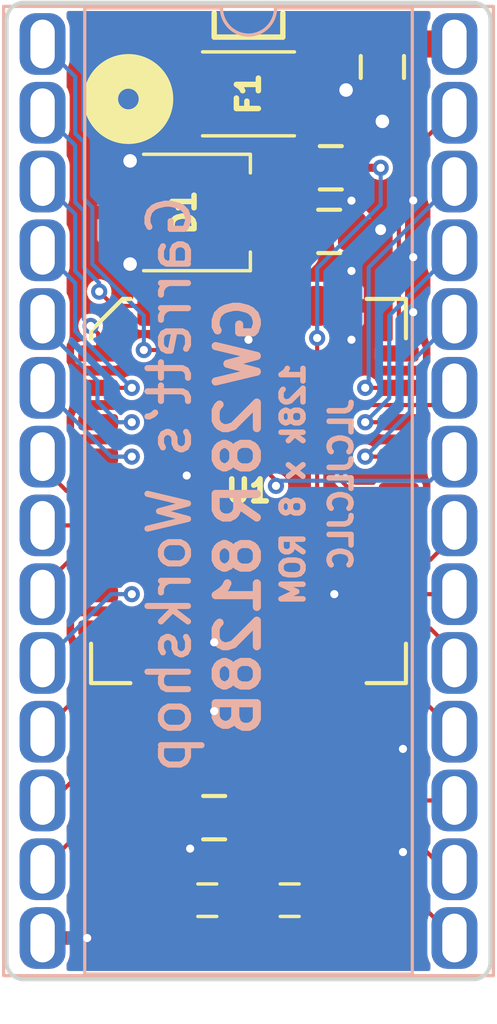
<source format=kicad_pcb>
(kicad_pcb (version 20221018) (generator pcbnew)

  (general
    (thickness 1.6108)
  )

  (paper "A4")
  (title_block
    (title "GW28R8128")
    (date "2024-04-16")
    (rev "B.1.0")
    (company "Garrett's Workshop")
  )

  (layers
    (0 "F.Cu" signal)
    (31 "B.Cu" signal)
    (32 "B.Adhes" user "B.Adhesive")
    (33 "F.Adhes" user "F.Adhesive")
    (34 "B.Paste" user)
    (35 "F.Paste" user)
    (36 "B.SilkS" user "B.Silkscreen")
    (37 "F.SilkS" user "F.Silkscreen")
    (38 "B.Mask" user)
    (39 "F.Mask" user)
    (40 "Dwgs.User" user "User.Drawings")
    (41 "Cmts.User" user "User.Comments")
    (42 "Eco1.User" user "User.Eco1")
    (43 "Eco2.User" user "User.Eco2")
    (44 "Edge.Cuts" user)
    (45 "Margin" user)
    (46 "B.CrtYd" user "B.Courtyard")
    (47 "F.CrtYd" user "F.Courtyard")
    (48 "B.Fab" user)
    (49 "F.Fab" user)
  )

  (setup
    (stackup
      (layer "F.SilkS" (type "Top Silk Screen"))
      (layer "F.Paste" (type "Top Solder Paste"))
      (layer "F.Mask" (type "Top Solder Mask") (thickness 0.01))
      (layer "F.Cu" (type "copper") (thickness 0.035))
      (layer "dielectric 1" (type "core") (thickness 1.5208) (material "FR4") (epsilon_r 4.6) (loss_tangent 0.02))
      (layer "B.Cu" (type "copper") (thickness 0.035))
      (layer "B.Mask" (type "Bottom Solder Mask") (thickness 0.01))
      (layer "B.Paste" (type "Bottom Solder Paste"))
      (layer "B.SilkS" (type "Bottom Silk Screen"))
      (copper_finish "None")
      (dielectric_constraints no)
    )
    (pad_to_mask_clearance 0.0762)
    (solder_mask_min_width 0.127)
    (pad_to_paste_clearance -0.0381)
    (pcbplotparams
      (layerselection 0x00010f8_ffffffff)
      (plot_on_all_layers_selection 0x0000000_00000000)
      (disableapertmacros false)
      (usegerberextensions true)
      (usegerberattributes false)
      (usegerberadvancedattributes false)
      (creategerberjobfile false)
      (dashed_line_dash_ratio 12.000000)
      (dashed_line_gap_ratio 3.000000)
      (svgprecision 6)
      (plotframeref false)
      (viasonmask false)
      (mode 1)
      (useauxorigin false)
      (hpglpennumber 1)
      (hpglpenspeed 20)
      (hpglpendiameter 15.000000)
      (dxfpolygonmode true)
      (dxfimperialunits true)
      (dxfusepcbnewfont true)
      (psnegative false)
      (psa4output false)
      (plotreference true)
      (plotvalue true)
      (plotinvisibletext false)
      (sketchpadsonfab false)
      (subtractmaskfromsilk true)
      (outputformat 1)
      (mirror false)
      (drillshape 0)
      (scaleselection 1)
      (outputdirectory "gerber")
    )
  )

  (net 0 "")
  (net 1 "+5V")
  (net 2 "GND")
  (net 3 "/A4")
  (net 4 "/D7")
  (net 5 "/D6")
  (net 6 "/A8")
  (net 7 "/A7")
  (net 8 "/A6")
  (net 9 "/A5")
  (net 10 "/A3")
  (net 11 "/A2")
  (net 12 "/A1")
  (net 13 "/A0")
  (net 14 "/A9")
  (net 15 "/D1")
  (net 16 "/D5")
  (net 17 "/D0")
  (net 18 "/D2")
  (net 19 "/D3")
  (net 20 "/D4")
  (net 21 "/A10")
  (net 22 "/A11")
  (net 23 "/A12")
  (net 24 "/A13")
  (net 25 "/A14")
  (net 26 "/A15")
  (net 27 "/~{OE}")
  (net 28 "/A16")
  (net 29 "/~{CS}")
  (net 30 "/~{WE}")
  (net 31 "VCC")

  (footprint "stdpads:PLCC-32" (layer "F.Cu") (at 48.26 36.83 -90))

  (footprint "stdpads:C_0805" (layer "F.Cu") (at 53.213 21.17 -90))

  (footprint "stdpads:R_0805" (layer "F.Cu") (at 46.99 48.895 180))

  (footprint "stdpads:R_0805" (layer "F.Cu") (at 51.3055 24.892))

  (footprint "stdpads:DIP-28_W15.24mm_Socket_Inverse_Forked" (layer "F.Cu") (at 40.64 20.32))

  (footprint "stdpads:Tyco_RCU_0603_Paste" (layer "F.Cu") (at 49.784 51.943))

  (footprint "stdpads:Tyco_RCU_0603_Paste" (layer "F.Cu") (at 46.736 51.943))

  (footprint "stdpads:BelFuse_1210" (layer "F.Cu") (at 48.26 22.1615 180))

  (footprint "stdpads:D_SMB" (layer "F.Cu") (at 45.879 26.543 180))

  (footprint "stdpads:C_0805" (layer "F.Cu") (at 51.2445 27.2415))

  (gr_line (start 46.99 20.066) (end 49.53 20.066)
    (stroke (width 0.2) (type solid)) (layer "F.SilkS") (tstamp 31e08896-1992-4725-96d9-9d2728bca7a3))
  (gr_line (start 49.53 20.066) (end 49.53 19.177)
    (stroke (width 0.2) (type solid)) (layer "F.SilkS") (tstamp 852dabbf-de45-4470-8176-59d37a754407))
  (gr_line (start 46.99 19.177) (end 46.99 20.066)
    (stroke (width 0.2) (type solid)) (layer "F.SilkS") (tstamp b5352a33-563a-4ffe-a231-2e68fb54afa3))
  (gr_circle (center 43.815 22.352) (end 44.196 22.352)
    (stroke (width 1.28) (type solid)) (fill none) (layer "F.SilkS") (tstamp ee27d19c-8dca-4ac8-a760-6dfd54d28071))
  (gr_arc (start 39.3065 19.431) (mid 39.492488 18.981992) (end 39.9415 18.796)
    (stroke (width 0.15) (type solid)) (layer "Edge.Cuts") (tstamp 00000000-0000-0000-0000-00005d347157))
  (gr_line (start 39.3065 54.229) (end 39.3065 19.431)
    (stroke (width 0.15) (type solid)) (layer "Edge.Cuts") (tstamp 00000000-0000-0000-0000-00005decd9b9))
  (gr_arc (start 56.5785 18.796) (mid 57.027513 18.981987) (end 57.2135 19.431)
    (stroke (width 0.15) (type solid)) (layer "Edge.Cuts") (tstamp 00000000-0000-0000-0000-00005decde9d))
  (gr_arc (start 57.2135 54.229) (mid 57.027513 54.678013) (end 56.5785 54.864)
    (stroke (width 0.15) (type solid)) (layer "Edge.Cuts") (tstamp 00000000-0000-0000-0000-00005decdfc0))
  (gr_arc (start 39.9415 54.864) (mid 39.492479 54.678017) (end 39.3065 54.229)
    (stroke (width 0.15) (type solid)) (layer "Edge.Cuts") (tstamp 00000000-0000-0000-0000-00005dece0a7))
  (gr_line (start 56.5785 54.864) (end 39.9415 54.864)
    (stroke (width 0.15) (type solid)) (layer "Edge.Cuts") (tstamp 1d9cdadc-9036-4a95-b6db-fa7b3b74c869))
  (gr_line (start 39.9415 18.796) (end 56.5785 18.796)
    (stroke (width 0.15) (type solid)) (layer "Edge.Cuts") (tstamp 24f7628d-681d-4f0e-8409-40a129e929d9))
  (gr_line (start 57.2135 19.431) (end 57.2135 54.229)
    (stroke (width 0.15) (type solid)) (layer "Edge.Cuts") (tstamp 3a7648d8-121a-4921-9b92-9b35b76ce39b))
  (gr_text "Garrett’s Workshop" (at 45.339 36.576 90) (layer "B.SilkS") (tstamp 00000000-0000-0000-0000-00005d12f589)
    (effects (font (size 1.5 1.5) (thickness 0.225)) (justify mirror))
  )
  (gr_text "GW" (at 47.879 31.369 90) (layer "B.SilkS") (tstamp 00000000-0000-0000-0000-00005d12f918)
    (effects (font (size 1.524 1.524) (thickness 0.3)) (justify mirror))
  )
  (gr_text "28" (at 47.879 34.798 90) (layer "B.SilkS") (tstamp 00000000-0000-0000-0000-00005d12f91b)
    (effects (font (size 1.524 1.524) (thickness 0.3)) (justify mirror))
  )
  (gr_text "R" (at 47.879 37.338 90) (layer "B.SilkS") (tstamp 00000000-0000-0000-0000-00005d12f91e)
    (effects (font (size 1.524 1.524) (thickness 0.3)) (justify mirror))
  )
  (gr_text "8128B" (at 47.879 42.164 90) (layer "B.SilkS") (tstamp 00000000-0000-0000-0000-00005d12f927)
    (effects (font (size 1.524 1.524) (thickness 0.3)) (justify mirror))
  )
  (gr_text "128k x 8 ROM" (at 49.911 36.576 90) (layer "B.SilkS") (tstamp 00000000-0000-0000-0000-00005d130759)
    (effects (font (size 0.8128 0.8128) (thickness 0.2032)) (justify mirror))
  )
  (gr_text "JLCJLCJLC" (at 51.689 36.576 90) (layer "B.SilkS") (tstamp f2c93195-af12-4d3e-acdf-bdd0ff675c24)
    (effects (font (size 0.8128 0.8128) (thickness 0.2032)) (justify mirror))
  )

  (segment (start 50.3555 24.892) (end 50.3555 27.2025) (width 0.6) (layer "F.Cu") (net 1) (tstamp 041dce98-9750-446f-9fe9-3250bad81e59))
  (segment (start 46.76 23.8365) (end 47.879 24.9555) (width 1) (layer "F.Cu") (net 1) (tstamp 0478eddb-6090-4600-8be3-5f2835940db9))
  (segment (start 46.76 22.1615) (end 46.76 23.8365) (width 1) (layer "F.Cu") (net 1) (tstamp 3588d8fe-a883-49a2-abd4-89f3197afdd5))
  (segment (start 47.879 24.9555) (end 47.879 26.543) (width 1) (layer "F.Cu") (net 1) (tstamp 3a31b22a-e398-4712-ae1f-8248ad28c5f1))
  (segment (start 48.5775 27.2415) (end 47.879 26.543) (width 1) (layer "F.Cu") (net 1) (tstamp 417b1890-dad9-45b5-8351-420b18b4362d))
  (segment (start 50.3555 27.2025) (end 50.3945 27.2415) (width 0.6) (layer "F.Cu") (net 1) (tstamp a5ad99eb-a719-4fa4-a358-66944e4f2d12))
  (segment (start 49.53 29.0195) (end 50.3945 28.155) (width 0.6) (layer "F.Cu") (net 1) (tstamp afc5cd07-2b3d-419e-9f4a-855b2b3a48b4))
  (segment (start 49.53 29.9925) (end 49.53 29.0195) (width 0.6) (layer "F.Cu") (net 1) (tstamp cd1b41c5-b836-493e-b8f2-6ca9e8ade6c3))
  (segment (start 50.3945 28.155) (end 50.3945 27.2415) (width 0.6) (layer "F.Cu") (net 1) (tstamp cfae59de-f102-4c9a-8365-c2a8850bde2f))
  (segment (start 50.3945 27.2415) (end 48.5775 27.2415) (width 1) (layer "F.Cu") (net 1) (tstamp f410a2be-2499-41fb-a05c-a398ff4f6edf))
  (segment (start 46.04 48.895) (end 46.04 49.977) (width 0.1524) (layer "F.Cu") (net 2) (tstamp 13c0ff76-ed71-4cd9-abb0-92c376825d5d))
  (segment (start 46.99 43.6675) (end 46.99 42.418) (width 0.508) (layer "F.Cu") (net 2) (tstamp 25d545dc-8f50-4573-922c-35ef5a2a3a19))
  (segment (start 46.04 49.977) (end 46.101 50.038) (width 0.1524) (layer "F.Cu") (net 2) (tstamp 378af8b4-af3d-46e7-89ae-deff12ca9067))
  (segment (start 53.213 22.02) (end 53.213 23.1775) (width 1) (layer "F.Cu") (net 2) (tstamp 580c20f7-3cdc-4197-a87a-4bf38e846bf6))
  (segment (start 48.26 29.9925) (end 48.26 31.242) (width 0.508) (layer "F.Cu") (net 2) (tstamp 8c514922-ffe1-4e37-a260-e807409f2e0d))
  (segment (start 43.8785 26.5435) (end 43.8785 28.448) (width 1) (layer "F.Cu") (net 2) (tstamp 8f8f4923-4bd6-4ab5-8600-d237d5408772))
  (segment (start 52.07 29.9925) (end 52.07 28.702) (width 0.6) (layer "F.Cu") (net 2) (tstamp a15a7506-eae4-4933-84da-9ad754258706))
  (segment (start 43.879 26.543) (end 43.8785 26.5425) (width 1) (layer "F.Cu") (net 2) (tstamp b77af6cc-e1e4-458d-8abc-70017d93e28c))
  (segment (start 52.07 27.266) (end 52.0945 27.2415) (width 0.6) (layer "F.Cu") (net 2) (tstamp cd19b884-11a5-4be7-b6f2-a99f680b2871))
  (segment (start 52.158 27.178) (end 53.1495 27.178) (width 0.8) (layer "F.Cu") (net 2) (tstamp cefcf43b-d2d9-4a9d-b87b-ee0989dc1b97))
  (segment (start 53.213 22.02) (end 51.87 22.02) (width 1) (layer "F.Cu") (net 2) (tstamp d06fd6e3-256c-40c5-bddd-9f253f571ec3))
  (segment (start 52.0945 27.2415) (end 52.07 27.217) (width 0.6) (layer "F.Cu") (net 2) (tstamp d525d939-88a2-4745-a91f-2d58ec88a70d))
  (segment (start 46.99 43.6675) (end 46.99 44.958) (width 0.508) (layer "F.Cu") (net 2) (tstamp d5641ac9-9be7-46bf-90b3-6c83d852b5ba))
  (segment (start 52.07 27.217) (end 52.07 26.1055) (width 0.6) (layer "F.Cu") (net 2) (tstamp d8c5cbc5-e27b-4a5b-94cf-029a7a4b8145))
  (segment (start 52.07 29.9925) (end 52.07 31.242) (width 0.508) (layer "F.Cu") (net 2) (tstamp e21aa84b-970e-47cf-b64f-3b55ee0e1b51))
  (segment (start 52.0945 27.2415) (end 52.158 27.178) (width 0.8) (layer "F.Cu") (net 2) (tstamp e76d6b00-ca7d-49d6-a013-b66d9450ed76))
  (segment (start 43.8785 26.5425) (end 43.8785 24.638) (width 1) (layer "F.Cu") (net 2) (tstamp efee0df2-cb87-4ccf-904c-4b5add9dfbcc))
  (segment (start 43.879 26.543) (end 43.8785 26.5435) (width 1) (layer "F.Cu") (net 2) (tstamp f298fc5f-57bf-4503-9fbf-81c243ace9ce))
  (segment (start 52.07 28.702) (end 52.07 27.266) (width 0.6) (layer "F.Cu") (net 2) (tstamp f71b31eb-3be4-4895-ac52-e2519b314d9a))
  (segment (start 40.64 53.34) (end 42.291 53.34) (width 0.5) (layer "F.Cu") (net 2) (tstamp fe9329cc-e055-4bea-aee8-c61a1fdbaba5))
  (via (at 53.975 50.165) (size 0.6) (drill 0.3) (layers "F.Cu" "B.Cu") (net 2) (tstamp 00000000-0000-0000-0000-00005dec8b83))
  (via (at 53.975 46.355) (size 0.6) (drill 0.3) (layers "F.Cu" "B.Cu") (net 2) (tstamp 00000000-0000-0000-0000-00005dec8b89))
  (via (at 51.435 40.64) (size 0.6) (drill 0.3) (layers "F.Cu" "B.Cu") (net 2) (tstamp 00000000-0000-0000-0000-00005dec8b8b))
  (via (at 42.291 53.34) (size 0.6) (drill 0.3) (layers "F.Cu" "B.Cu") (net 2) (tstamp 00000000-0000-0000-0000-00006069559e))
  (via (at 46.99 44.958) (size 0.6) (drill 0.3) (layers "F.Cu" "B.Cu") (net 2) (tstamp 1e8701fc-ad24-40ea-846a-e3db538d6077))
  (via (at 54.356 30.226) (size 0.6) (drill 0.3) (layers "F.Cu" "B.Cu") (net 2) (tstamp 3080b649-130f-4a32-b5b4-b72009ad7a82))
  (via (at 54.356 26.0985) (size 0.6) (drill 0.3) (layers "F.Cu" "B.Cu") (net 2) (tstamp 318d1b8d-78b8-427e-944b-56b953d29731))
  (via (at 45.974 36.2585) (size 0.6) (drill 0.3) (layers "F.Cu" "B.Cu") (net 2) (tstamp 3f305395-5bda-492c-98c5-65c87894ef8b))
  (via (at 52.07 31.242) (size 0.6) (drill 0.3) (layers "F.Cu" "B.Cu") (net 2) (tstamp 40976bf0-19de-460f-ad64-224d4f51e16b))
  (via (at 53.1495 27.178) (size 0.8) (drill 0.4) (layers "F.Cu" "B.Cu") (net 2) (tstamp 43fe026f-85bf-4da9-ba50-6ce289f3638b))
  (via (at 51.87 22.02) (size 1) (drill 0.5) (layers "F.Cu" "B.Cu") (net 2) (tstamp 56207231-da00-4b67-a894-7073bcafd999))
  (via (at 53.213 23.1775) (size 1) (drill 0.5) (layers "F.Cu" "B.Cu") (net 2) (tstamp 6761ad3b-0a74-4254-832b-919aece21d2d))
  (via (at 54.356 28.194) (size 0.6) (drill 0.3) (layers "F.Cu" "B.Cu") (net 2) (tstamp 68dc2d00-14af-4e38-963c-7a2aa7d05ab1))
  (via (at 52.07 26.1055) (size 0.6) (drill 0.3) (layers "F.Cu" "B.Cu") (net 2) (tstamp 6d0fc35c-783f-477f-90e8-82e612840415))
  (via (at 46.101 50.038) (size 0.6) (drill 0.3) (layers "F.Cu" "B.Cu") (net 2) (tstamp a27eb049-c992-4f11-a026-1e6a8d9d0160))
  (via (at 43.8785 28.448) (size 1) (drill 0.5) (layers "F.Cu" "B.Cu") (net 2) (tstamp ac61a8fb-54e1-43f7-9887-95e6c9254f8c))
  (via (at 48.26 31.242) (size 0.6) (drill 0.3) (layers "F.Cu" "B.Cu") (net 2) (tstamp c25a772d-af9c-4ebc-96f6-0966738c13a8))
  (via (at 46.99 42.418) (size 0.6) (drill 0.3) (layers "F.Cu" "B.Cu") (net 2) (tstamp c830e3bc-dc64-4f65-8f47-3b106bae2807))
  (via (at 52.07 28.702) (size 0.6) (drill 0.3) (layers "F.Cu" "B.Cu") (net 2) (tstamp c8c79177-94d4-43e2-a654-f0a5554fbb68))
  (via (at 43.8785 24.638) (size 1) (drill 0.5) (layers "F.Cu" "B.Cu") (net 2) (tstamp dcbd4594-47c8-4eae-8cbd-8000f0279533))
  (segment (start 42.6975 35.56) (end 43.942 35.56) (width 0.1524) (layer "F.Cu") (net 3) (tstamp c332fa55-4168-4f55-88a5-f82c7c21040b))
  (via (at 43.942 35.56) (size 0.6) (drill 0.3) (layers "F.Cu" "B.Cu") (net 3) (tstamp df32840e-2912-4088-b54c-9a85f64c0265))
  (segment (start 43.18 35.56) (end 43.942 35.56) (width 0.1524) (layer "B.Cu") (net 3) (tstamp 68877d35-b796-44db-9124-b8e744e7412e))
  (segment (start 40.64 33.02) (end 43.18 35.56) (width 0.1524) (layer "B.Cu") (net 3) (tstamp b96fe6ac-3535-4455-ab88-ed77f5e46d6e))
  (segment (start 54.991 41.91) (end 55.88 42.799) (width 0.1524) (layer "F.Cu") (net 4) (tstamp 6d26d68f-1ca7-4ff3-b058-272f1c399047))
  (segment (start 55.88 42.799) (end 55.88 43.18) (width 0.1524) (layer "F.Cu") (net 4) (tstamp 911bdcbe-493f-4e21-a506-7cbc636e2c17))
  (segment (start 53.8225 41.91) (end 54.991 41.91) (width 0.1524) (layer "F.Cu") (net 4) (tstamp 9f8381e9-3077-4453-a480-a01ad9c1a940))
  (segment (start 52.07 43.6675) (end 53.8275 43.6675) (width 0.1524) (layer "F.Cu") (net 5) (tstamp 70e15522-1572-4451-9c0d-6d36ac70d8c6))
  (segment (start 53.8275 43.6675) (end 55.88 45.72) (width 0.1524) (layer "F.Cu") (net 5) (tstamp d3d7e298-1d39-4294-a3ab-c84cc0dc5e5a))
  (segment (start 53.8225 34.29) (end 52.578 34.29) (width 0.1524) (layer "F.Cu") (net 6) (tstamp 7599133e-c681-4202-85d9-c20dac196c64))
  (via (at 52.578 34.29) (size 0.6) (drill 0.3) (layers "F.Cu" "B.Cu") (net 6) (tstamp dde51ae5-b215-445e-92bb-4a12ec410531))
  (segment (start 53.467 33.401) (end 53.467 30.353) (width 0.1524) (layer "B.Cu") (net 6) (tstamp 0755aee5-bc01-4cb5-b830-583289df50a3))
  (segment (start 52.578 34.29) (end 53.467 33.401) (width 0.1524) (layer "B.Cu") (net 6) (tstamp 4a21e717-d46d-4d9e-8b98-af4ecb02d3ec))
  (segment (start 53.467 30.353) (end 55.88 27.94) (width 0.1524) (layer "B.Cu") (net 6) (tstamp 4fb21471-41be-4be8-9687-66030f97befc))
  (segment (start 42.6975 31.0135) (end 42.6975 31.75) (width 0.15) (layer "F.Cu") (net 7) (tstamp 2cc466b7-c723-4156-bd62-e885fa6166e4))
  (segment (start 42.418 30.734) (end 42.6975 31.0135) (width 0.15) (layer "F.Cu") (net 7) (tstamp d25a504c-2dee-4418-89c1-09776fd15100))
  (via (at 42.418 30.734) (size 0.6) (drill 0.3) (layers "F.Cu" "B.Cu") (net 7) (tstamp 63c2a51d-1cfd-4e57-9504-df25e54c283e))
  (segment (start 41.8465 28.702) (end 41.8465 26.6065) (width 0.15) (layer "B.Cu") (net 7) (tstamp 2beecf02-647a-4f6a-aeed-1430666c10d2))
  (segment (start 42.418 30.734) (end 42.164 30.48) (width 0.15) (layer "B.Cu") (net 7) (tstamp 37d93cc5-d221-4467-9a10-c1b75badbc42))
  (segment (start 42.164 30.48) (end 42.164 29.0195) (width 0.15) (layer "B.Cu") (net 7) (tstamp 7d89fb9d-43f7-4c02-9569-6d02eea291c1))
  (segment (start 42.164 29.0195) (end 41.8465 28.702) (width 0.15) (layer "B.Cu") (net 7) (tstamp d8653967-ee60-4895-9f64-fb93a0832e6b))
  (segment (start 41.8465 26.6065) (end 40.64 25.4) (width 0.15) (layer "B.Cu") (net 7) (tstamp ff0e4abf-09b8-4286-88e2-97dbc1d84949))
  (segment (start 42.6975 33.02) (end 43.942 33.02) (width 0.1524) (layer "F.Cu") (net 8) (tstamp 85b7594c-358f-454b-b2ad-dd0b1d67ed76))
  (via (at 43.942 33.02) (size 0.6) (drill 0.3) (layers "F.Cu" "B.Cu") (net 8) (tstamp c5eb1e4c-ce83-470e-8f32-e20ff1f886a3))
  (segment (start 41.8465 30.9245) (end 43.942 33.02) (width 0.1524) (layer "B.Cu") (net 8) (tstamp 62b0d929-84cc-4095-a88c-1fbd86c4842a))
  (segment (start 40.64 27.94) (end 41.8465 29.1465) (width 0.1524) (layer "B.Cu") (net 8) (tstamp a2e8b49c-fb41-4054-8db3-94b55d17c22f))
  (segment (start 41.8465 29.1465) (end 41.8465 30.9245) (width 0.1524) (layer "B.Cu") (net 8) (tstamp c7d92e7d-86ee-40c6-a1db-d6d6283e7883))
  (segment (start 42.6975 34.29) (end 43.942 34.29) (width 0.1524) (layer "F.Cu") (net 9) (tstamp 01e9b6e7-adf9-4ee7-9447-a588630ee4a2))
  (via (at 43.942 34.29) (size 0.6) (drill 0.3) (layers "F.Cu" "B.Cu") (net 9) (tstamp 4f66b314-0f62-4fb6-8c3c-f9c6a75cd3ec))
  (segment (start 42.672 32.766) (end 42.672 33.528) (width 0.1524) (layer "B.Cu") (net 9) (tstamp 730b670c-9bcf-4dcd-9a8d-fcaa61fb0955))
  (segment (start 42.672 33.528) (end 43.434 34.29) (width 0.1524) (layer "B.Cu") (net 9) (tstamp 7d928d56-093a-4ca8-aed1-414b7e703b45))
  (segment (start 43.434 34.29) (end 43.942 34.29) (width 0.1524) (layer "B.Cu") (net 9) (tstamp 8a650ebf-3f78-4ca4-a26b-a5028693e36d))
  (segment (start 40.64 30.48) (end 40.64 30.734) (width 0.1524) (layer "B.Cu") (net 9) (tstamp abe07c9a-17c3-43b5-b7a6-ae867ac27ea7))
  (segment (start 40.64 30.734) (end 42.672 32.766) (width 0.1524) (layer "B.Cu") (net 9) (tstamp ca87f11b-5f48-4b57-8535-68d3ec2fe5a9))
  (segment (start 42.6975 36.83) (end 41.529 36.83) (width 0.1524) (layer "F.Cu") (net 10) (tstamp 0c3dceba-7c95-4b3d-b590-0eb581444beb))
  (segment (start 40.64 35.941) (end 40.64 35.56) (width 0.1524) (layer "F.Cu") (net 10) (tstamp 965308c8-e014-459a-b9db-b8493a601c62))
  (segment (start 41.529 36.83) (end 40.64 35.941) (width 0.1524) (layer "F.Cu") (net 10) (tstamp b1c649b1-f44d-46c7-9dea-818e75a1b87e))
  (segment (start 40.64 38.1) (end 42.6975 38.1) (width 0.1524) (layer "F.Cu") (net 11) (tstamp f3628265-0155-43e2-a467-c40ff783e265))
  (segment (start 42.6975 39.37) (end 41.656 39.37) (width 0.1524) (layer "F.Cu") (net 12) (tstamp 6595b9c7-02ee-4647-bde5-6b566e35163e))
  (segment (start 41.656 39.37) (end 40.64 40.386) (width 0.1524) (layer "F.Cu") (net 12) (tstamp 770ad51a-7219-4633-b24a-bd20feb0a6c5))
  (segment (start 40.64 40.386) (end 40.64 40.64) (width 0.1524) (layer "F.Cu") (net 12) (tstamp b7199d9b-bebb-4100-9ad3-c2bd31e21d65))
  (segment (start 42.6975 40.64) (end 43.942 40.64) (width 0.1524) (layer "F.Cu") (net 13) (tstamp db36f6e3-e72a-487f-bda9-88cc84536f62))
  (via (at 43.942 40.64) (size 0.6) (drill 0.3) (layers "F.Cu" "B.Cu") (net 13) (tstamp 16a9ae8c-3ad2-439b-8efe-377c994670c7))
  (segment (start 43.942 40.64) (end 43.18 40.64) (width 0.1524) (layer "B.Cu") (net 13) (tstamp 789ca812-3e0c-4a3f-97bc-a916dd9bce80))
  (segment (start 43.18 40.64) (end 40.64 43.18) (width 0.1524) (layer "B.Cu") (net 13) (tstamp e4c6fdbb-fdc7-4ad4-a516-240d84cdc120))
  (segment (start 53.8225 35.56) (end 52.578 35.56) (width 0.1524) (layer "F.Cu") (net 14) (tstamp cdfb07af-801b-44ba-8c30-d021a6ad3039))
  (via (at 52.578 35.56) (size 0.6) (drill 0.3) (layers "F.Cu" "B.Cu") (net 14) (tstamp e6b860cc-cb76-4220-acfb-68f1eb348bfa))
  (segment (start 52.578 35.56) (end 54.229 33.909) (width 0.1524) (layer "B.Cu") (net 14) (tstamp 182b2d54-931d-49d6-9f39-60a752623e36))
  (segment (start 54.229 33.909) (end 54.229 32.131) (width 0.1524) (layer "B.Cu") (net 14) (tstamp a17904b9-135e-4dae-ae20-401c7787de72))
  (segment (start 54.229 32.131) (end 55.88 30.48) (width 0.1524) (layer "B.Cu") (net 14) (tstamp f202141e-c20d-4cac-b016-06a44f2ecce8))
  (segment (start 41.021 48.26) (end 44.45 44.831) (width 0.1524) (layer "F.Cu") (net 15) (tstamp 2dc272bd-3aa2-45b5-889d-1d3c8aac80f8))
  (segment (start 44.45 44.831) (end 44.45 43.6675) (width 0.1524) (layer "F.Cu") (net 15) (tstamp 5114c7bf-b955-49f3-a0a8-4b954c81bde0))
  (segment (start 40.64 48.26) (end 41.021 48.26) (width 0.1524) (layer "F.Cu") (net 15) (tstamp 6c2d26bc-6eca-436c-8025-79f817bf57d6))
  (segment (start 50.8 44.831) (end 54.229 48.26) (width 0.1524) (layer "F.Cu") (net 16) (tstamp 5bcace5d-edd0-4e19-92d0-835e43cf8eb2))
  (segment (start 50.8 43.6675) (end 50.8 44.831) (width 0.1524) (layer "F.Cu") (net 16) (tstamp bd065eaf-e495-4837-bdb3-129934de1fc7))
  (segment (start 54.229 48.26) (end 55.88 48.26) (width 0.1524) (layer "F.Cu") (net 16) (tstamp cb24efdd-07c6-4317-9277-131625b065ac))
  (segment (start 42.6975 43.6625) (end 40.64 45.72) (width 0.1524) (layer "F.Cu") (net 17) (tstamp 6ec113ca-7d27-4b14-a180-1e5e2fd1c167))
  (segment (start 42.6975 41.91) (end 42.6975 43.6625) (width 0.1524) (layer "F.Cu") (net 17) (tstamp e43dbe34-ed17-4e35-a5c7-2f1679b3c415))
  (segment (start 45.72 45.72) (end 45.72 43.6675) (width 0.1524) (layer "F.Cu") (net 18) (tstamp 14769dc5-8525-4984-8b15-a734ee247efa))
  (segment (start 40.64 50.8) (end 45.72 45.72) (width 0.1524) (layer "F.Cu") (net 18) (tstamp 19c56563-5fe3-442a-885b-418dbc2421eb))
  (segment (start 48.26 45.72) (end 55.88 53.34) (width 0.1524) (layer "F.Cu") (net 19) (tstamp 21ae9c3a-7138-444e-be38-56a4842ab594))
  (segment (start 48.26 43.6675) (end 48.26 45.72) (width 0.1524) (layer "F.Cu") (net 19) (tstamp c7e7067c-5f5e-48d8-ab59-df26f9b35863))
  (segment (start 49.53 44.831) (end 55.499 50.8) (width 0.1524) (layer "F.Cu") (net 20) (tstamp 7cee474b-af8f-4832-b07a-c43c1ab0b464))
  (segment (start 49.53 43.6675) (end 49.53 44.831) (width 0.1524) (layer "F.Cu") (net 20) (tstamp 853ee787-6e2c-4f32-bc75-6c17337dd3d5))
  (segment (start 55.499 50.8) (end 55.88 50.8) (width 0.1524) (layer "F.Cu") (net 20) (tstamp 9cb12cc8-7f1a-4a01-9256-c119f11a8a02))
  (segment (start 54.991 39.37) (end 55.88 38.481) (width 0.1524) (layer "F.Cu") (net 21) (tstamp 275aa44a-b61f-489f-9e2a-819a0fe0d1eb))
  (segment (start 53.8225 39.37) (end 54.991 39.37) (width 0.1524) (layer "F.Cu") (net 21) (tstamp 57c0c267-8bf9-4cc7-b734-d71a239ac313))
  (segment (start 55.88 38.481) (end 55.88 38.1) (width 0.1524) (layer "F.Cu") (net 21) (tstamp 5ca4be1c-537e-4a4a-b344-d0c8ffde8546))
  (segment (start 55.245 33.655) (end 52.07 33.655) (width 0.1524) (layer "F.Cu") (net 22) (tstamp 37e8181c-a81e-498b-b2e2-0aef0c391059))
  (segment (start 52.07 36.83) (end 53.8225 36.83) (width 0.1524) (layer "F.Cu") (net 22) (tstamp 676efd2f-1c48-4786-9e4b-2444f1e8f6ff))
  (segment (start 51.689 34.036) (end 51.689 36.449) (width 0.1524) (layer "F.Cu") (net 22) (tstamp 6c67e4f6-9d04-4539-b356-b76e915ce848))
  (segment (start 55.88 33.02) (end 55.245 33.655) (width 0.1524) (layer "F.Cu") (net 22) (tstamp 8d9a3ecc-539f-41da-8099-d37cea9c28e7))
  (segment (start 52.07 33.655) (end 51.689 34.036) (width 0.1524) (layer "F.Cu") (net 22) (tstamp b447dbb1-d38e-4a15-93cb-12c25382ea53))
  (segment (start 51.689 36.449) (end 52.07 36.83) (width 0.1524) (layer "F.Cu") (net 22) (tstamp cfa5c16e-7859-460d-a0b8-cea7d7ea629c))
  (segment (start 43.264 29.9925) (end 44.45 29.9925) (width 0.15) (layer "F.Cu") (net 23) (tstamp a80efeb2-da7c-42e5-bf1c-9fb41cd872ce))
  (segment (start 42.7355 29.464) (end 43.264 29.9925) (width 0.15) (layer "F.Cu") (net 23) (tstamp fd37bcae-4322-444f-8151-c8378144f46e))
  (via (at 42.7355 29.464) (size 0.6) (drill 0.3) (layers "F.Cu" "B.Cu") (net 23) (tstamp b1057b68-f685-4cdc-a517-52adae5da116))
  (segment (start 42.7355 29.464) (end 42.7355 29.1465) (width 0.15) (layer "B.Cu") (net 23) (tstamp 4bac8493-ab5c-4580-ae31-e8e3647d091b))
  (segment (start 42.7355 29.1465) (end 42.164 28.575) (width 0.15) (layer "B.Cu") (net 23) (tstamp 80a6042d-d7cf-4cfd-bacc-7ab77dacb8b0))
  (segment (start 42.164 28.575) (end 42.164 26.4795) (width 0.15) (layer "B.Cu") (net 23) (tstamp a09f86e1-1592-4d2d-b874-f6ebd19499ab))
  (segment (start 41.8465 24.0665) (end 40.64 22.86) (width 0.15) (layer "B.Cu") (net 23) (tstamp b2c045cd-85bb-448e-87df-e30233828408))
  (segment (start 41.8465 26.162) (end 41.8465 24.0665) (width 0.15) (layer "B.Cu") (net 23) (tstamp c4cdda35-0c7e-4ff0-ba45-0f3b27b8be0a))
  (segment (start 42.164 26.4795) (end 41.8465 26.162) (width 0.15) (layer "B.Cu") (net 23) (tstamp f322b9f3-8125-4bd4-bffd-4c510332f260))
  (segment (start 53.8225 33.02) (end 52.578 33.02) (width 0.1524) (layer "F.Cu") (net 24) (tstamp aa2ea573-3f20-43c1-aa99-1f9c6031a9aa))
  (via (at 52.578 33.02) (size 0.6) (drill 0.3) (layers "F.Cu" "B.Cu") (net 24) (tstamp 240e5dac-6242-47a5-bbef-f76d11c715c0))
  (segment (start 52.705 32.893) (end 52.705 28.575) (width 0.1524) (layer "B.Cu") (net 24) (tstamp 0e1ed1c5-7428-4dc7-b76e-49b2d5f8177d))
  (segment (start 52.578 33.02) (end 52.705 32.893) (width 0.1524) (layer "B.Cu") (net 24) (tstamp 14c51520-6d91-4098-a59a-5121f2a898f7))
  (segment (start 52.705 28.575) (end 55.88 25.4) (width 0.1524) (layer "B.Cu") (net 24) (tstamp f40d350f-0d3e-4f8a-b004-d950f2f8f1ba))
  (segment (start 54.229 25.4635) (end 54.229 24.384) (width 0.1524) (layer "F.Cu") (net 25) (tstamp 18c2af5a-f831-4635-9d1d-cfec17f536ab))
  (segment (start 54.229 24.384) (end 55.753 22.86) (width 0.1524) (layer "F.Cu") (net 25) (tstamp 52d620b2-f5a2-4127-a37c-228af06dc9f3))
  (segment (start 53.8225 25.87) (end 54.229 25.4635) (width 0.1524) (layer "F.Cu") (net 25) (tstamp 544d5e9f-b115-4831-80a4-4a0639a502db))
  (segment (start 55.753 22.86) (end 55.88 22.86) (width 0.1524) (layer "F.Cu") (net 25) (tstamp d5df1c5d-540c-4ab0-a4c3-c35fabbc0bad))
  (segment (start 53.8225 31.75) (end 53.8225 25.87) (width 0.1524) (layer "F.Cu") (net 25) (tstamp ff87127a-ede5-49ab-83d5-f39c6bfaae7b))
  (segment (start 45.72 30.988) (end 45.72 29.9925) (width 0.15) (layer "F.Cu") (net 26) (tstamp 4d32d137-d897-4382-9559-9b41389cd79a))
  (segment (start 44.3865 31.623) (end 45.085 31.623) (width 0.15) (layer "F.Cu") (net 26) (tstamp d0e87ef5-049f-4789-8cd4-fcefc8a22c75))
  (segment (start 45.085 31.623) (end 45.72 30.988) (width 0.15) (layer "F.Cu") (net 26) (tstamp d4c7efa5-45a5-4e9b-a419-2e14149a0d8f))
  (via (at 44.3865 31.623) (size 0.6) (drill 0.3) (layers "F.Cu" "B.Cu") (net 26) (tstamp 85ee6008-41fe-4a7a-836a-c25e54911498))
  (segment (start 41.8465 21.5265) (end 41.8465 23.622) (width 0.15) (layer "B.Cu") (net 26) (tstamp 0e9f5431-6679-46b2-ab3c-ba5ffbf17880))
  (segment (start 42.4815 26.3525) (end 42.4815 28.448) (width 0.15) (layer "B.Cu") (net 26) (tstamp 5a7b5215-b5ed-4a4f-b9de-57c2164964f7))
  (segment (start 42.164 23.9395) (end 42.164 26.035) (width 0.15) (layer "B.Cu") (net 26) (tstamp 5b904dd1-dd91-4bca-83c8-8b60ef5e0a53))
  (segment (start 40.64 20.32) (end 41.8465 21.5265) (width 0.15) (layer "B.Cu") (net 26) (tstamp 9ad88cc2-2f0f-4f57-bbef-2d071ab67de2))
  (segment (start 42.164 26.035) (end 42.4815 26.3525) (width 0.15) (layer "B.Cu") (net 26) (tstamp bf8334ae-71cf-4302-a900-3158f203cf47))
  (segment (start 44.3865 30.353) (end 44.3865 31.623) (width 0.15) (layer "B.Cu") (net 26) (tstamp bf9833ca-adf2-4cc3-88e0-812d71d500b6))
  (segment (start 42.4815 28.448) (end 44.3865 30.353) (width 0.15) (layer "B.Cu") (net 26) (tstamp dde110bc-9138-4608-82d9-4363d00bdf4d))
  (segment (start 41.8465 23.622) (end 42.164 23.9395) (width 0.15) (layer "B.Cu") (net 26) (tstamp e6884766-d85f-45ad-9ed9-6fea703996ac))
  (segment (start 49.784 51.943) (end 49.784 51.054) (width 0.1524) (layer "F.Cu") (net 27) (tstamp 099096e4-8c2a-4d84-a16f-06b4b6330e7a))
  (segment (start 47.94 47.686) (end 47.625 47.371) (width 0.1524) (layer "F.Cu") (net 27) (tstamp 1e518c2a-4cb7-4599-a1fa-5b9f847da7d3))
  (segment (start 52.07 38.1) (end 53.8225 38.1) (width 0.1524) (layer "F.Cu") (net 27) (tstamp 34a74736-156e-4bf3-9200-cd137cfa59da))
  (segment (start 48.387 50.546) (end 47.94 50.099) (width 0.1524) (layer "F.Cu") (net 27) (tstamp 6284122b-79c3-4e04-925e-3d32cc3ec077))
  (segment (start 47.94 48.895) (end 47.94 47.686) (width 0.1524) (layer "F.Cu") (net 27) (tstamp 644ae9fc-3c8e-4089-866e-a12bf371c3e9))
  (segment (start 49.276 50.546) (end 48.387 50.546) (width 0.1524) (layer "F.Cu") (net 27) (tstamp 87d7448e-e139-4209-ae0b-372f805267da))
  (segment (start 49.784 51.054) (end 49.276 50.546) (width 0.1524) (layer "F.Cu") (net 27) (tstamp a13ab237-8f8d-4e16-8c47-4440653b8534))
  (segment (start 47.94 50.099) (end 47.94 48.895) (width 0.1524) (layer "F.Cu") (net 27) (tstamp ca5a4651-0d1d-441b-b17d-01518ef3b656))
  (segment (start 47.625 42.545) (end 52.07 38.1) (width 0.1524) (layer "F.Cu") (net 27) (tstamp d0d2eee9-31f6-44fa-8149-ebb4dc2dc0dc))
  (segment (start 47.625 47.371) (end 47.625 42.545) (width 0.1524) (layer "F.Cu") (net 27) (tstamp ee41cb8e-512d-41d2-81e1-3c50fff32aeb))
  (segment (start 46.99 34.163) (end 46.99 29.9925) (width 0.1524) (layer "F.Cu") (net 28) (tstamp 1668cb17-f030-4e5a-8358-b8c365820548))
  (segment (start 49.276 36.449) (end 46.99 34.163) (width 0.1524) (layer "F.Cu") (net 28) (tstamp 28e6624f-daed-4978-8248-379b78aa46d0))
  (segment (start 49.276 36.6395) (end 49.276 36.449) (width 0.1524) (layer "F.Cu") (net 28) (tstamp 75b51c6f-802e-4f2d-8f02-a72598cd7b7c))
  (via (at 49.276 36.6395) (size 0.6) (drill 0.3) (layers "F.Cu" "B.Cu") (net 28) (tstamp f4eb0267-179f-46c9-b516-9bfb06bac1ba))
  (segment (start 49.4665 36.449) (end 54.991 36.449) (width 0.1524) (layer "B.Cu") (net 28) (tstamp 06ec4351-e405-4ec6-b21c-97746a3a0c90))
  (segment (start 54.991 36.449) (end 55.88 35.56) (width 0.1524) (layer "B.Cu") (net 28) (tstamp 8dcac069-374a-47f4-a3b4-b015c7f6cabd))
  (segment (start 49.276 36.6395) (end 49.4665 36.449) (width 0.1524) (layer "B.Cu") (net 28) (tstamp e23ef1dd-588c-4acf-a383-3e2daf29ccd2))
  (segment (start 53.8225 40.64) (end 55.88 40.64) (width 0.1524) (layer "F.Cu") (net 29) (tstamp 65134029-dbd2-409a-85a8-13c2a33ff019))
  (segment (start 46.736 51.943) (end 45.466 51.943) (width 0.1524) (layer "F.Cu") (net 30) (tstamp 02c76898-cc07-4543-bdd2-7f5e848b3bc1))
  (segment (start 50.8 37.846) (end 50.8 29.9925) (width 0.1524) (layer "F.Cu") (net 30) (tstamp 0776c9bd-8bdc-46c9-a614-d8118f7c5f24))
  (segment (start 44.958 47.498) (end 46.355 46.101) (width 0.1524) (layer "F.Cu") (net 30) (tstamp 2dd60782-57a5-4186-b35c-9b6c2e27997d))
  (segment (start 52.2555 24.892) (end 53.1495 24.892) (width 0.3) (layer "F.Cu") (net 30) (tstamp 2e8f1509-bda6-41ef-b04f-cda7fcf73e0f))
  (segment (start 46.355 42.291) (end 50.8 37.846) (width 0.1524) (layer "F.Cu") (net 30) (tstamp 765487e2-175e-4dff-8956-5243f13f5034))
  (segment (start 46.355 46.101) (end 46.355 42.291) (width 0.1524) (layer "F.Cu") (net 30) (tstamp a54021e1-468c-44e5-b5e0-5a34df1c8617))
  (segment (start 44.958 51.435) (end 44.958 47.498) (width 0.1524) (layer "F.Cu") (net 30) (tstamp d977216b-2533-44ac-a403-f106291eb77f))
  (segment (start 45.466 51.943) (end 44.958 51.435) (width 0.1524) (layer "F.Cu") (net 30) (tstamp f2a6afeb-b359-4aab-b3c9-1bd54b5acf51))
  (via (at 53.1495 24.892) (size 0.6) (drill 0.3) (layers "F.Cu" "B.Cu") (net 30) (tstamp 2bb1f465-ba40-4586-aa38-2d9996a7ff71))
  (via (at 50.8 31.1785) (size 0.6) (drill 0.3) (layers "F.Cu" "B.Cu") (net 30) (tstamp b5fb5e86-116b-400e-bcc5-8bd5c2816db5))
  (segment (start 50.8 31.1785) (end 50.8 28.60675) (width 0.15) (layer "B.Cu") (net 30) (tstamp 00f85f63-2473-4492-a0f5-83173593410f))
  (segment (start 50.8 28.60675) (end 53.1495 26.25725) (width 0.15) (layer "B.Cu") (net 30) (tstamp 1ccbec14-a0d1-4cf7-8a4c-bcd480778981))
  (segment (start 53.1495 26.25725) (end 53.1495 24.892) (width 0.15) (layer "B.Cu") (net 30) (tstamp f8074709-1837-4bcf-bbf4-1e5d63d4c934))
  (segment (start 51.6015 20.32) (end 49.76 22.1615) (width 1) (layer "F.Cu") (net 31) (tstamp 0ecc7154-9cd0-4f65-befe-fa717e9021a4))
  (segment (start 53.213 20.32) (end 51.6015 20.32) (width 1) (layer "F.Cu") (net 31) (tstamp 3644852f-1c2e-48ac-bd6a-b74c47d1b1de))
  (segment (start 53.213 20.32) (end 55.88 20.32) (width 1) (layer "F.Cu") (net 31) (tstamp b05f7a0a-d6f0-455d-b98a-50cf63fc02e5))

  (zone (net 2) (net_name "GND") (layers "F&B.Cu") (tstamp 00000000-0000-0000-0000-00005d12f1d8) (hatch edge 0.508)
    (connect_pads (clearance 0.1524))
    (min_thickness 0.1524) (filled_areas_thickness no)
    (fill yes (thermal_gap 0.1524) (thermal_bridge_width 0.5))
    (polygon
      (pts
        (xy 57.2135 54.864)
        (xy 57.2135 18.796)
        (xy 39.3065 18.796)
        (xy 39.3065 54.864)
      )
    )
    (filled_polygon
      (layer "F.Cu")
      (pts
        (xy 54.964138 19.118893)
        (xy 54.989858 19.163442)
        (xy 54.991 19.1765)
        (xy 54.991 19.356908)
        (xy 54.979804 19.396385)
        (xy 54.942559 19.456769)
        (xy 54.889944 19.615554)
        (xy 54.858039 19.655904)
        (xy 54.818561 19.6671)
        (xy 53.817347 19.6671)
        (xy 53.783206 19.658903)
        (xy 53.78047 19.657509)
        (xy 53.780469 19.657508)
        (xy 53.780466 19.657507)
        (xy 53.780464 19.657506)
        (xy 53.780463 19.657506)
        (xy 53.683194 19.6421)
        (xy 53.683192 19.6421)
        (xy 52.742808 19.6421)
        (xy 52.742805 19.6421)
        (xy 52.645536 19.657506)
        (xy 52.645529 19.657509)
        (xy 52.642794 19.658903)
        (xy 52.608653 19.6671)
        (xy 51.68188 19.6671)
        (xy 51.665477 19.665289)
        (xy 51.663438 19.664833)
        (xy 51.663432 19.664832)
        (xy 51.663431 19.664832)
        (xy 51.66343 19.664832)
        (xy 51.592432 19.667063)
        (xy 51.590071 19.6671)
        (xy 51.560425 19.6671)
        (xy 51.556142 19.66764)
        (xy 51.553723 19.667946)
        (xy 51.546675 19.6685)
        (xy 51.498551 19.670013)
        (xy 51.474366 19.677038)
        (xy 51.46282 19.679428)
        (xy 51.437847 19.682584)
        (xy 51.437843 19.682585)
        (xy 51.393072 19.700309)
        (xy 51.386375 19.702601)
        (xy 51.340148 19.716033)
        (xy 51.340138 19.716037)
        (xy 51.318464 19.728854)
        (xy 51.307874 19.734042)
        (xy 51.284463 19.743311)
        (xy 51.245509 19.771612)
        (xy 51.239592 19.775499)
        (xy 51.198156 19.800005)
        (xy 51.198149 19.80001)
        (xy 51.180344 19.817814)
        (xy 51.171379 19.825471)
        (xy 51.151007 19.840274)
        (xy 51.120315 19.877373)
        (xy 51.115547 19.882611)
        (xy 50.357475 20.640683)
        (xy 50.310855 20.662423)
        (xy 50.280089 20.656267)
        (xy 50.279336 20.658422)
        (xy 50.22864 20.640683)
        (xy 50.14515 20.611469)
        (xy 50.145145 20.611468)
        (xy 50.145143 20.611468)
        (xy 50.114564 20.6086)
        (xy 50.114556 20.6086)
        (xy 49.405444 20.6086)
        (xy 49.405436 20.6086)
        (xy 49.374856 20.611468)
        (xy 49.374852 20.611468)
        (xy 49.37485 20.611469)
        (xy 49.374847 20.611469)
        (xy 49.374847 20.61147)
        (xy 49.245985 20.656559)
        (xy 49.245982 20.656561)
        (xy 49.136133 20.737633)
        (xy 49.055061 20.847482)
        (xy 49.055059 20.847485)
        (xy 49.00997 20.976347)
        (xy 49.009968 20.976356)
        (xy 49.0071 21.006935)
        (xy 49.0071 23.316064)
        (xy 49.009968 23.346643)
        (xy 49.009969 23.34665)
        (xy 49.00997 23.346652)
        (xy 49.055059 23.475514)
        (xy 49.055061 23.475517)
        (xy 49.136133 23.585366)
        (xy 49.245982 23.666438)
        (xy 49.245985 23.66644)
        (xy 49.276919 23.677263)
        (xy 49.37485 23.711531)
        (xy 49.405435 23.714399)
        (xy 49.405437 23.7144)
        (xy 49.405444 23.7144)
        (xy 50.114563 23.7144)
        (xy 50.114563 23.714399)
        (xy 50.14515 23.711531)
        (xy 50.274017 23.666439)
        (xy 50.383866 23.585366)
        (xy 50.464939 23.475517)
        (xy 50.510031 23.34665)
        (xy 50.512899 23.316063)
        (xy 50.5129 23.316063)
        (xy 50.5129 22.363088)
        (xy 50.530493 22.31475)
        (xy 50.534926 22.309914)
        (xy 50.57484 22.27)
        (xy 52.3606 22.27)
        (xy 52.3606 22.315156)
        (xy 52.375988 22.41231)
        (xy 52.435656 22.529414)
        (xy 52.528585 22.622343)
        (xy 52.64569 22.682011)
        (xy 52.645688 22.682011)
        (xy 52.742843 22.697399)
        (xy 52.74285 22.6974)
        (xy 52.963 22.6974)
        (xy 52.963 22.27)
        (xy 53.463 22.27)
        (xy 53.463 22.6974)
        (xy 53.68315 22.6974)
        (xy 53.683156 22.697399)
        (xy 53.78031 22.682011)
        (xy 53.897414 22.622343)
        (xy 53.990343 22.529414)
        (xy 54.050011 22.41231)
        (xy 54.065399 22.315156)
        (xy 54.0654 22.315149)
        (xy 54.0654 22.27)
        (xy 53.463 22.27)
        (xy 52.963 22.27)
        (xy 52.3606 22.27)
        (xy 50.57484 22.27)
        (xy 51.07484 21.77)
        (xy 52.3606 21.77)
        (xy 52.963 21.77)
        (xy 52.963 21.3426)
        (xy 53.463 21.3426)
        (xy 53.463 21.77)
        (xy 54.0654 21.77)
        (xy 54.0654 21.72485)
        (xy 54.065399 21.724843)
        (xy 54.050011 21.627689)
        (xy 53.990343 21.510585)
        (xy 53.897414 21.417656)
        (xy 53.780309 21.357988)
        (xy 53.780311 21.357988)
        (xy 53.683156 21.3426)
        (xy 53.463 21.3426)
        (xy 52.963 21.3426)
        (xy 52.742843 21.3426)
        (xy 52.645689 21.357988)
        (xy 52.528585 21.417656)
        (xy 52.435656 21.510585)
        (xy 52.375988 21.627689)
        (xy 52.3606 21.724843)
        (xy 52.3606 21.77)
        (xy 51.07484 21.77)
        (xy 51.849914 20.994926)
        (xy 51.896534 20.973186)
        (xy 51.903088 20.9729)
        (xy 52.608653 20.9729)
        (xy 52.642794 20.981097)
        (xy 52.645534 20.982493)
        (xy 52.742808 20.9979)
        (xy 52.742812 20.9979)
        (xy 53.683188 20.9979)
        (xy 53.683192 20.9979)
        (xy 53.780466 20.982493)
        (xy 53.783206 20.981097)
        (xy 53.817347 20.9729)
        (xy 54.81856 20.9729)
        (xy 54.866898 20.990493)
        (xy 54.889943 21.024446)
        (xy 54.922162 21.121677)
        (xy 54.942558 21.183228)
        (xy 54.979804 21.243614)
        (xy 54.991 21.28309)
        (xy 54.991 21.896908)
        (xy 54.979804 21.936385)
        (xy 54.942559 21.996769)
        (xy 54.942558 21.996771)
        (xy 54.942558 21.996772)
        (xy 54.887565 22.162732)
        (xy 54.8771 22.265167)
        (xy 54.8771 22.265172)
        (xy 54.8771 22.265173)
        (xy 54.8771 23.380754)
        (xy 54.859507 23.429092)
        (xy 54.855074 23.433928)
        (xy 54.072631 24.21637)
        (xy 54.069778 24.219078)
        (xy 54.039514 24.246329)
        (xy 54.039512 24.246333)
        (xy 54.029446 24.268939)
        (xy 54.023821 24.2793)
        (xy 54.010338 24.300065)
        (xy 54.008986 24.308599)
        (xy 54.003414 24.327409)
        (xy 53.9999 24.335303)
        (xy 53.9999 24.360053)
        (xy 53.998974 24.371818)
        (xy 53.995103 24.396256)
        (xy 53.995103 24.396257)
        (xy 53.997337 24.404594)
        (xy 53.9999 24.424059)
        (xy 53.9999 25.337453)
        (xy 53.982307 25.385791)
        (xy 53.977874 25.390628)
        (xy 53.666121 25.70238)
        (xy 53.663268 25.705087)
        (xy 53.633014 25.732329)
        (xy 53.633012 25.732333)
        (xy 53.622946 25.754939)
        (xy 53.617321 25.7653)
        (xy 53.603838 25.786065)
        (xy 53.602486 25.794599)
        (xy 53.596914 25.813409)
        (xy 53.5934 25.821303)
        (xy 53.5934 25.846053)
        (xy 53.592474 25.857818)
        (xy 53.588603 25.882256)
        (xy 53.588603 25.882257)
        (xy 53.590837 25.890594)
        (xy 53.5934 25.910059)
        (xy 53.5934 31.2219)
        (xy 53.575807 31.270238)
        (xy 53.531258 31.295958)
        (xy 53.5182 31.2971)
        (xy 53.189774 31.2971)
        (xy 53.18451 31.29771)
        (xy 53.164451 31.300037)
        (xy 53.060854 31.34578)
        (xy 53.060851 31.345782)
        (xy 52.980782 31.425851)
        (xy 52.98078 31.425854)
        (xy 52.935037 31.529451)
        (xy 52.9321 31.554776)
        (xy 52.9321 31.945223)
        (xy 52.935037 31.970548)
        (xy 52.98078 32.074145)
        (xy 52.980782 32.074148)
        (xy 53.060851 32.154217)
        (xy 53.060854 32.154219)
        (xy 53.060855 32.15422)
        (xy 53.16445 32.199962)
        (xy 53.189774 32.2029)
        (xy 53.189776 32.2029)
        (xy 54.455224 32.2029)
        (xy 54.455226 32.2029)
        (xy 54.48055 32.199962)
        (xy 54.584145 32.15422)
        (xy 54.66422 32.074145)
        (xy 54.709962 31.97055)
        (xy 54.7129 31.945226)
        (xy 54.7129 31.554774)
        (xy 54.709962 31.52945)
        (xy 54.66422 31.425855)
        (xy 54.664219 31.425854)
        (xy 54.664217 31.425851)
        (xy 54.584148 31.345782)
        (xy 54.584145 31.34578)
        (xy 54.480548 31.300037)
        (xy 54.4611 31.297781)
        (xy 54.455226 31.2971)
        (xy 54.455224 31.2971)
        (xy 54.1268 31.2971)
        (xy 54.078462 31.279507)
        (xy 54.052742 31.234958)
        (xy 54.0516 31.2219)
        (xy 54.0516 25.996044)
        (xy 54.069193 25.947706)
        (xy 54.073614 25.942881)
        (xy 54.385402 25.631093)
        (xy 54.388199 25.628439)
        (xy 54.418486 25.60117)
        (xy 54.428555 25.578553)
        (xy 54.434177 25.568198)
        (xy 54.447662 25.547436)
        (xy 54.449013 25.5389)
        (xy 54.454588 25.520082)
        (xy 54.4581 25.512197)
        (xy 54.4581 25.487446)
        (xy 54.459026 25.475681)
        (xy 54.462897 25.451241)
        (xy 54.462419 25.449459)
        (xy 54.460662 25.442897)
        (xy 54.4581 25.423437)
        (xy 54.4581 24.510044)
        (xy 54.475693 24.461706)
        (xy 54.480126 24.45687)
        (xy 54.862626 24.07437)
        (xy 54.909246 24.05263)
        (xy 54.958933 24.065944)
        (xy 54.988438 24.108081)
        (xy 54.991 24.127544)
        (xy 54.991 24.436908)
        (xy 54.979804 24.476385)
        (xy 54.942559 24.536769)
        (xy 54.942558 24.536771)
        (xy 54.942558 24.536772)
        (xy 54.887565 24.702732)
        (xy 54.8771 24.805167)
        (xy 54.8771 24.805172)
        (xy 54.8771 24.805173)
        (xy 54.8771 25.994827)
        (xy 54.881838 26.041207)
        (xy 54.887565 26.097268)
        (xy 54.942558 26.263228)
        (xy 54.979804 26.323614)
        (xy 54.991 26.36309)
        (xy 54.991 26.976908)
        (xy 54.979804 27.016385)
        (xy 54.942559 27.076769)
        (xy 54.942558 27.076771)
        (xy 54.942558 27.076772)
        (xy 54.887565 27.242732)
        (xy 54.8771 27.345167)
        (xy 54.8771 27.345172)
        (xy 54.8771 27.345173)
        (xy 54.8771 28.534827)
        (xy 54.877101 28.534832)
        (xy 54.887565 28.637268)
        (xy 54.887565 28.63727)
        (xy 54.887566 28.637272)
        (xy 54.902144 28.681265)
        (xy 54.942558 28.803228)
        (xy 54.979804 28.863614)
        (xy 54.991 28.90309)
        (xy 54.991 29.516908)
        (xy 54.979804 29.556385)
        (xy 54.942559 29.616769)
        (xy 54.942558 29.616771)
        (xy 54.942558 29.616772)
        (xy 54.887565 29.782732)
        (xy 54.8771 29.885167)
        (xy 54.8771 29.885172)
        (xy 54.8771 29.885173)
        (xy 54.8771 31.074827)
        (xy 54.881838 31.121207)
        (xy 54.887565 31.177268)
        (xy 54.887565 31.17727)
        (xy 54.887566 31.177272)
        (xy 54.897347 31.20679)
        (xy 54.942558 31.343228)
        (xy 54.979804 31.403614)
        (xy 54.991 31.44309)
        (xy 54.991 32.056908)
        (xy 54.979804 32.096385)
        (xy 54.942559 32.156769)
        (xy 54.942558 32.156771)
        (xy 54.942558 32.156772)
        (xy 54.887565 32.322732)
        (xy 54.8771 32.425167)
        (xy 54.8771 32.891091)
        (xy 54.877101 33.3507)
        (xy 54.859508 33.399038)
        (xy 54.814959 33.424758)
        (xy 54.801901 33.4259)
        (xy 54.74353 33.4259)
        (xy 54.695192 33.408307)
        (xy 54.669472 33.363758)
        (xy 54.674738 33.320325)
        (xy 54.709961 33.240552)
        (xy 54.709962 33.24055)
        (xy 54.7129 33.215226)
        (xy 54.7129 32.824774)
        (xy 54.709962 32.79945)
        (xy 54.66422 32.695855)
        (xy 54.664219 32.695854)
        (xy 54.664217 32.695851)
        (xy 54.584148 32.615782)
        (xy 54.584145 32.61578)
        (xy 54.480548 32.570037)
        (xy 54.4611 32.567781)
        (xy 54.455226 32.5671)
        (xy 53.189774 32.5671)
        (xy 53.18451 32.56771)
        (xy 53.164451 32.570037)
        (xy 53.060854 32.61578)
        (xy 52.992684 32.68395)
        (xy 52.946064 32.705689)
        (xy 52.896377 32.692375)
        (xy 52.882681 32.680024)
        (xy 52.877636 32.674201)
        (xy 52.877632 32.674198)
        (xy 52.768073 32.60379)
        (xy 52.643117 32.5671)
        (xy 52.512883 32.5671)
        (xy 52.387926 32.60379)
        (xy 52.278366 32.674198)
        (xy 52.19308 32.772623)
        (xy 52.193078 32.772626)
        (xy 52.138977 32.891088)
        (xy 52.120443 33.02)
        (xy 52.138977 33.148911)
        (xy 52.193078 33.267373)
        (xy 52.19308 33.267376)
        (xy 52.222609 33.301454)
        (xy 52.240968 33.349507)
        (xy 52.224143 33.398117)
        (xy 52.180009 33.424541)
        (xy 52.165777 33.4259)
        (xy 52.07796 33.4259)
        (xy 52.074024 33.425797)
        (xy 52.033361 33.423665)
        (xy 52.03336 33.423665)
        (xy 52.010252 33.432535)
        (xy 51.998945 33.435884)
        (xy 51.974735 33.44103)
        (xy 51.967748 33.446107)
        (xy 51.950502 33.455471)
        (xy 51.942439 33.458566)
        (xy 51.942434 33.458569)
        (xy 51.924931 33.476071)
        (xy 51.915965 33.483729)
        (xy 51.89594 33.498279)
        (xy 51.89162 33.505761)
        (xy 51.879673 33.521328)
        (xy 51.532631 33.86837)
        (xy 51.529778 33.871078)
        (xy 51.499514 33.898329)
        (xy 51.499512 33.898333)
        (xy 51.489446 33.920939)
        (xy 51.483821 33.9313)
        (xy 51.470338 33.952065)
        (xy 51.468986 33.960599)
        (xy 51.463414 33.979409)
        (xy 51.4599 33.987303)
        (xy 51.4599 34.012053)
        (xy 51.458974 34.023818)
        (xy 51.455103 34.048256)
        (xy 51.455103 34.048257)
        (xy 51.457337 34.056594)
        (xy 51.4599 34.076059)
        (xy 51.4599 36.441039)
        (xy 51.459797 36.444975)
        (xy 51.457665 36.485638)
        (xy 51.466533 36.50874)
        (xy 51.469883 36.52005)
        (xy 51.47503 36.544263)
        (xy 51.475031 36.544265)
        (xy 51.480108 36.551253)
        (xy 51.489473 36.568501)
        (xy 51.492569 36.576566)
        (xy 51.510064 36.594061)
        (xy 51.517726 36.603031)
        (xy 51.532276 36.623056)
        (xy 51.532278 36.623058)
        (xy 51.539759 36.627377)
        (xy 51.55533 36.639326)
        (xy 51.902359 36.986355)
        (xy 51.905069 36.98921)
        (xy 51.93233 37.019486)
        (xy 51.954936 37.029551)
        (xy 51.965304 37.035181)
        (xy 51.984997 37.047969)
        (xy 51.986063 37.048661)
        (xy 51.994591 37.050011)
        (xy 52.013412 37.055587)
        (xy 52.021302 37.0591)
        (xy 52.021303 37.0591)
        (xy 52.046053 37.0591)
        (xy 52.057817 37.060025)
        (xy 52.082258 37.063897)
        (xy 52.089506 37.061955)
        (xy 52.0906 37.061662)
        (xy 52.110061 37.0591)
        (xy 52.889813 37.0591)
        (xy 52.938151 37.076693)
        (xy 52.958604 37.103923)
        (xy 52.973169 37.136908)
        (xy 52.98078 37.154145)
        (xy 52.980782 37.154148)
        (xy 53.060851 37.234217)
        (xy 53.060854 37.234219)
        (xy 53.060855 37.23422)
        (xy 53.16445 37.279962)
        (xy 53.189774 37.2829)
        (xy 53.189776 37.2829)
        (xy 54.455224 37.2829)
        (xy 54.455226 37.2829)
        (xy 54.48055 37.279962)
        (xy 54.584145 37.23422)
        (xy 54.66422 37.154145)
        (xy 54.709962 37.05055)
        (xy 54.7129 37.025226)
        (xy 54.7129 36.634774)
        (xy 54.709962 36.60945)
        (xy 54.66422 36.505855)
        (xy 54.664219 36.505854)
        (xy 54.664217 36.505851)
        (xy 54.584148 36.425782)
        (xy 54.584145 36.42578)
        (xy 54.480548 36.380037)
        (xy 54.4611 36.377781)
        (xy 54.455226 36.3771)
        (xy 53.189774 36.3771)
        (xy 53.18451 36.37771)
        (xy 53.164451 36.380037)
        (xy 53.060854 36.42578)
        (xy 53.060851 36.425782)
        (xy 52.980782 36.505851)
        (xy 52.98078 36.505854)
        (xy 52.974512 36.52005)
        (xy 52.958604 36.556076)
        (xy 52.922987 36.593187)
        (xy 52.889813 36.6009)
        (xy 52.196045 36.6009)
        (xy 52.147707 36.583307)
        (xy 52.14287 36.578874)
        (xy 51.940125 36.376128)
        (xy 51.918386 36.329508)
        (xy 51.9181 36.322954)
        (xy 51.9181 35.56)
        (xy 52.120443 35.56)
        (xy 52.138977 35.688911)
        (xy 52.193078 35.807373)
        (xy 52.19308 35.807376)
        (xy 52.203703 35.819635)
        (xy 52.269917 35.896051)
        (xy 52.278366 35.905801)
        (xy 52.356668 35.956121)
        (xy 52.369265 35.964217)
        (xy 52.387926 35.976209)
        (xy 52.512883 36.0129)
        (xy 52.643117 36.0129)
        (xy 52.768073 35.976209)
        (xy 52.768073 35.976208)
        (xy 52.768076 35.976208)
        (xy 52.877636 35.905799)
        (xy 52.882677 35.89998)
        (xy 52.927627 35.87497)
        (xy 52.978138 35.884703)
        (xy 52.992685 35.896051)
        (xy 53.060851 35.964217)
        (xy 53.060854 35.964219)
        (xy 53.060855 35.96422)
        (xy 53.16445 36.009962)
        (xy 53.189774 36.0129)
        (xy 53.189776 36.0129)
        (xy 54.455224 36.0129)
        (xy 54.455226 36.0129)
        (xy 54.48055 36.009962)
        (xy 54.584145 35.96422)
        (xy 54.66422 35.884145)
        (xy 54.709962 35.78055)
        (xy 54.7129 35.755226)
        (xy 54.7129 35.364774)
        (xy 54.709962 35.33945)
        (xy 54.66422 35.235855)
        (xy 54.664219 35.235854)
        (xy 54.664217 35.235851)
        (xy 54.584148 35.155782)
        (xy 54.584145 35.15578)
        (xy 54.480548 35.110037)
        (xy 54.4611 35.107781)
        (xy 54.455226 35.1071)
        (xy 53.189774 35.1071)
        (xy 53.18451 35.10771)
        (xy 53.164451 35.110037)
        (xy 53.060854 35.15578)
        (xy 52.992684 35.22395)
        (xy 52.946064 35.245689)
        (xy 52.896377 35.232375)
        (xy 52.882681 35.220024)
        (xy 52.877636 35.214201)
        (xy 52.877632 35.214198)
        (xy 52.768073 35.14379)
        (xy 52.643117 35.1071)
        (xy 52.512883 35.1071)
        (xy 52.387926 35.14379)
        (xy 52.278366 35.214198)
        (xy 52.19308 35.312623)
        (xy 52.193078 35.312626)
        (xy 52.138977 35.431088)
        (xy 52.120443 35.56)
        (xy 51.9181 35.56)
        (xy 51.9181 34.162044)
        (xy 51.935693 34.113706)
        (xy 51.940114 34.108881)
        (xy 52.055293 33.993702)
        (xy 52.101911 33.971964)
        (xy 52.151598 33.985278)
        (xy 52.181103 34.027414)
        (xy 52.176869 34.078117)
        (xy 52.138978 34.161085)
        (xy 52.138978 34.161087)
        (xy 52.138978 34.161088)
        (xy 52.138977 34.161091)
        (xy 52.129319 34.228265)
        (xy 52.120443 34.29)
        (xy 52.138977 34.418911)
        (xy 52.193078 34.537373)
        (xy 52.19308 34.537376)
        (xy 52.203703 34.549635)
        (xy 52.269917 34.626051)
        (xy 52.278366 34.635801)
        (xy 52.356668 34.686121)
        (xy 52.373236 34.696769)
        (xy 52.387926 34.706209)
        (xy 52.512883 34.7429)
        (xy 52.643117 34.7429)
        (xy 52.768073 34.706209)
        (xy 52.768073 34.706208)
        (xy 52.768076 34.706208)
        (xy 52.877636 34.635799)
        (xy 52.882677 34.62998)
        (xy 52.927627 34.60497)
        (xy 52.978138 34.614703)
        (xy 52.992685 34.626051)
        (xy 53.060851 34.694217)
        (xy 53.060854 34.694219)
        (xy 53.060855 34.69422)
        (xy 53.16445 34.739962)
        (xy 53.189774 34.7429)
        (xy 53.189776 34.7429)
        (xy 54.455224 34.7429)
        (xy 54.455226 34.7429)
        (xy 54.48055 34.739962)
        (xy 54.584145 34.69422)
        (xy 54.66422 34.614145)
        (xy 54.709962 34.51055)
        (xy 54.7129 34.485226)
        (xy 54.7129 34.094774)
        (xy 54.709962 34.06945)
        (xy 54.709961 34.069447)
        (xy 54.674738 33.989675)
        (xy 54.671307 33.93835)
        (xy 54.701671 33.896827)
        (xy 54.74353 33.8841)
        (xy 54.901126 33.8841)
        (xy 54.949464 33.901693)
        (xy 54.965129 33.91982)
        (xy 54.972209 33.9313)
        (xy 54.979804 33.943612)
        (xy 54.991 33.98309)
        (xy 54.991 34.596908)
        (xy 54.979804 34.636385)
        (xy 54.942559 34.696769)
        (xy 54.942558 34.696771)
        (xy 54.942558 34.696772)
        (xy 54.887565 34.862732)
        (xy 54.8771 34.965167)
        (xy 54.8771 34.965172)
        (xy 54.8771 34.965173)
        (xy 54.8771 36.154827)
        (xy 54.877101 36.154832)
        (xy 54.887565 36.257268)
        (xy 54.887565 36.25727)
        (xy 54.887566 36.257272)
        (xy 54.909331 36.322954)
        (xy 54.942558 36.423228)
        (xy 54.979804 36.483614)
        (xy 54.991 36.52309)
        (xy 54.991 37.136908)
        (xy 54.979804 37.176385)
        (xy 54.942559 37.236769)
        (xy 54.942558 37.236771)
        (xy 54.942558 37.236772)
        (xy 54.887565 37.402732)
        (xy 54.8771 37.505167)
        (xy 54.8771 37.505172)
        (xy 54.8771 37.505173)
        (xy 54.8771 38.694827)
        (xy 54.877101 38.694832)
        (xy 54.887565 38.797268)
        (xy 54.928246 38.920038)
        (xy 54.942559 38.96323)
        (xy 54.942559 38.963231)
        (xy 54.961401 38.993777)
        (xy 54.971804 39.044154)
        (xy 54.950573 39.08643)
        (xy 54.918128 39.118874)
        (xy 54.87151 39.140614)
        (xy 54.864955 39.1409)
        (xy 54.755187 39.1409)
        (xy 54.706849 39.123307)
        (xy 54.686395 39.096076)
        (xy 54.66422 39.045855)
        (xy 54.664219 39.045854)
        (xy 54.664217 39.045851)
        (xy 54.584148 38.965782)
        (xy 54.584145 38.96578)
        (xy 54.480548 38.920037)
        (xy 54.4611 38.917781)
        (xy 54.455226 38.9171)
        (xy 53.189774 38.9171)
        (xy 53.18451 38.91771)
        (xy 53.164451 38.920037)
        (xy 53.060854 38.96578)
        (xy 53.060851 38.965782)
        (xy 52.980782 39.045851)
        (xy 52.98078 39.045854)
        (xy 52.935037 39.149451)
        (xy 52.9321 39.174776)
        (xy 52.9321 39.565223)
        (xy 52.935037 39.590548)
        (xy 52.98078 39.694145)
        (xy 52.980782 39.694148)
        (xy 53.060851 39.774217)
        (xy 53.060854 39.774219)
        (xy 53.060855 39.77422)
        (xy 53.16445 39.819962)
        (xy 53.189774 39.8229)
        (xy 53.189776 39.8229)
        (xy 54.455224 39.8229)
        (xy 54.455226 39.8229)
        (xy 54.48055 39.819962)
        (xy 54.584145 39.77422)
        (xy 54.66422 39.694145)
        (xy 54.686395 39.643923)
        (xy 54.722013 39.606813)
        (xy 54.755187 39.5991)
        (xy 54.9158 39.5991)
        (xy 54.964138 39.616693)
        (xy 54.989858 39.661242)
        (xy 54.991 39.6743)
        (xy 54.991 39.676908)
        (xy 54.979804 39.716385)
        (xy 54.942559 39.776769)
        (xy 54.942558 39.776771)
        (xy 54.942558 39.776772)
        (xy 54.887565 39.942732)
        (xy 54.8771 40.045167)
        (xy 54.8771 40.045172)
        (xy 54.8771 40.045173)
        (xy 54.8771 40.3357)
        (xy 54.859507 40.384038)
        (xy 54.814958 40.409758)
        (xy 54.8019 40.4109)
        (xy 54.755187 40.4109)
        (xy 54.706849 40.393307)
        (xy 54.686395 40.366076)
        (xy 54.66422 40.315855)
        (xy 54.664219 40.315854)
        (xy 54.664217 40.315851)
        (xy 54.584148 40.235782)
        (xy 54.584145 40.23578)
        (xy 54.480548 40.190037)
        (xy 54.4611 40.187781)
        (xy 54.455226 40.1871)
        (xy 53.189774 40.1871)
        (xy 53.18451 40.18771)
        (xy 53.164451 40.190037)
        (xy 53.060854 40.23578)
        (xy 53.060851 40.235782)
        (xy 52.980782 40.315851)
        (xy 52.98078 40.315854)
        (xy 52.935037 40.419451)
        (xy 52.9321 40.444776)
        (xy 52.9321 40.835223)
        (xy 52.935037 40.860548)
        (xy 52.98078 40.964145)
        (xy 52.980782 40.964148)
        (xy 53.060851 41.044217)
        (xy 53.060854 41.044219)
        (xy 53.060855 41.04422)
        (xy 53.16445 41.089962)
        (xy 53.189774 41.0929)
        (xy 53.189776 41.0929)
        (xy 54.455224 41.0929)
        (xy 54.455226 41.0929)
        (xy 54.48055 41.089962)
        (xy 54.584145 41.04422)
        (xy 54.66422 40.964145)
        (xy 54.686395 40.913923)
        (xy 54.722013 40.876813)
        (xy 54.755187 40.8691)
        (xy 54.801901 40.8691)
        (xy 54.850239 40.886693)
        (xy 54.875959 40.931242)
        (xy 54.877101 40.9443)
        (xy 54.877101 41.234832)
        (xy 54.887565 41.337268)
        (xy 54.942558 41.503228)
        (xy 54.979804 41.563614)
        (xy 54.991 41.60309)
        (xy 54.991 41.6057)
        (xy 54.973407 41.654038)
        (xy 54.928858 41.679758)
        (xy 54.9158 41.6809)
        (xy 54.755187 41.6809)
        (xy 54.706849 41.663307)
        (xy 54.686395 41.636076)
        (xy 54.66422 41.585855)
        (xy 54.664219 41.585854)
        (xy 54.664217 41.585851)
        (xy 54.584148 41.505782)
        (xy 54.584145 41.50578)
        (xy 54.480548 41.460037)
        (xy 54.4611 41.457781)
        (xy 54.455226 41.4571)
        (xy 53.189774 41.4571)
        (xy 53.18451 41.45771)
        (xy 53.164451 41.460037)
        (xy 53.060854 41.50578)
        (xy 53.060851 41.505782)
        (xy 52.980782 41.585851)
        (xy 52.98078 41.585854)
        (xy 52.935037 41.689451)
        (xy 52.9321 41.714776)
        (xy 52.9321 42.105223)
        (xy 52.935037 42.130548)
        (xy 52.98078 42.234145)
        (xy 52.980782 42.234148)
        (xy 53.060851 42.314217)
        (xy 53.060854 42.314219)
        (xy 53.060855 42.31422)
        (xy 53.16445 42.359962)
        (xy 53.189774 42.3629)
        (xy 53.189776 42.3629)
        (xy 54.455224 42.3629)
        (xy 54.455226 42.3629)
        (xy 54.48055 42.359962)
        (xy 54.584145 42.31422)
        (xy 54.66422 42.234145)
        (xy 54.686395 42.183923)
        (xy 54.722013 42.146813)
        (xy 54.755187 42.1391)
        (xy 54.864956 42.1391)
        (xy 54.913294 42.156693)
        (xy 54.91813 42.161126)
        (xy 54.950572 42.193568)
        (xy 54.972312 42.240188)
        (xy 54.961403 42.286219)
        (xy 54.945752 42.311594)
        (xy 54.942558 42.316772)
        (xy 54.887565 42.482732)
        (xy 54.8771 42.585167)
        (xy 54.8771 42.585172)
        (xy 54.8771 42.585173)
        (xy 54.8771 43.774827)
        (xy 54.877101 43.774832)
        (xy 54.887565 43.877268)
        (xy 54.887565 43.87727)
        (xy 54.887566 43.877272)
        (xy 54.902872 43.923462)
        (xy 54.942558 44.043228)
        (xy 54.979804 44.103614)
        (xy 54.991 44.14309)
        (xy 54.991 44.325455)
        (xy 54.973407 44.373793)
        (xy 54.928858 44.399513)
        (xy 54.8782 44.39058)
        (xy 54.862626 44.378629)
        (xy 53.99513 43.511133)
        (xy 53.99242 43.508278)
        (xy 53.965169 43.478013)
        (xy 53.942558 43.467945)
        (xy 53.932192 43.462317)
        (xy 53.911436 43.448839)
        (xy 53.911433 43.448838)
        (xy 53.902901 43.447486)
        (xy 53.884087 43.441912)
        (xy 53.876198 43.4384)
        (xy 53.876197 43.4384)
        (xy 53.851446 43.4384)
        (xy 53.839683 43.437474)
        (xy 53.824389 43.435051)
        (xy 53.815243 43.433603)
        (xy 53.815241 43.433603)
        (xy 53.8069 43.435838)
        (xy 53.787439 43.4384)
        (xy 52.5981 43.4384)
        (xy 52.549762 43.420807)
        (xy 52.524042 43.376258)
        (xy 52.5229 43.3632)
        (xy 52.5229 43.034776)
        (xy 52.519962 43.009451)
        (xy 52.519962 43.00945)
        (xy 52.47422 42.905855)
        (xy 52.474219 42.905854)
        (xy 52.474217 42.905851)
        (xy 52.394148 42.825782)
        (xy 52.394145 42.82578)
        (xy 52.290548 42.780037)
        (xy 52.2711 42.777781)
        (xy 52.265226 42.7771)
        (xy 51.874774 42.7771)
        (xy 51.86951 42.77771)
        (xy 51.849451 42.780037)
        (xy 51.745854 42.82578)
        (xy 51.745851 42.825782)
        (xy 51.665782 42.905851)
        (xy 51.66578 42.905854)
        (xy 51.620037 43.009451)
        (xy 51.6171 43.034776)
        (xy 51.6171 44.300223)
        (xy 51.620037 44.325548)
        (xy 51.66578 44.429145)
        (xy 51.665782 44.429148)
        (xy 51.745851 44.509217)
        (xy 51.745854 44.509219)
        (xy 51.745855 44.50922)
        (xy 51.84945 44.554962)
        (xy 51.874774 44.5579)
        (xy 51.874776 44.5579)
        (xy 52.265224 44.5579)
        (xy 52.265226 44.5579)
        (xy 52.29055 44.554962)
        (xy 52.394145 44.50922)
        (xy 52.47422 44.429145)
        (xy 52.519962 44.32555)
        (xy 52.5229 44.300226)
        (xy 52.5229 43.9718)
        (xy 52.540493 43.923462)
        (xy 52.585042 43.897742)
        (xy 52.5981 43.8966)
        (xy 53.701456 43.8966)
        (xy 53.749794 43.914193)
        (xy 53.75463 43.918626)
        (xy 54.859623 45.023619)
        (xy 54.881363 45.070239)
        (xy 54.88126 45.084433)
        (xy 54.8771 45.125169)
        (xy 54.8771 46.314827)
        (xy 54.877101 46.314832)
        (xy 54.887565 46.417268)
        (xy 54.942558 46.583228)
        (xy 54.979804 46.643614)
        (xy 54.991 46.68309)
        (xy 54.991 47.296908)
        (xy 54.979804 47.336385)
        (xy 54.942559 47.396769)
        (xy 54.942558 47.396771)
        (xy 54.942558 47.396772)
        (xy 54.887565 47.562732)
        (xy 54.8771 47.665167)
        (xy 54.8771 47.665173)
        (xy 54.8771 47.9557)
        (xy 54.859507 48.004038)
        (xy 54.814958 48.029758)
        (xy 54.8019 48.0309)
        (xy 54.355044 48.0309)
        (xy 54.306706 48.013307)
        (xy 54.30187 48.008874)
        (xy 51.051126 44.758129)
        (xy 51.029386 44.711509)
        (xy 51.0291 44.704955)
        (xy 51.0291 44.600186)
        (xy 51.046693 44.551848)
        (xy 51.073924 44.531394)
        (xy 51.124145 44.50922)
        (xy 51.20422 44.429145)
        (xy 51.249962 44.32555)
        (xy 51.2529 44.300226)
        (xy 51.2529 43.034774)
        (xy 51.249962 43.00945)
        (xy 51.20422 42.905855)
        (xy 51.204219 42.905854)
        (xy 51.204217 42.905851)
        (xy 51.124148 42.825782)
        (xy 51.124145 42.82578)
        (xy 51.020548 42.780037)
        (xy 51.0011 42.777781)
        (xy 50.995226 42.7771)
        (xy 50.604774 42.7771)
        (xy 50.59951 42.77771)
        (xy 50.579451 42.780037)
        (xy 50.475854 42.82578)
        (xy 50.475851 42.825782)
        (xy 50.395782 42.905851)
        (xy 50.39578 42.905854)
        (xy 50.350037 43.009451)
        (xy 50.3471 43.034776)
        (xy 50.3471 44.300223)
        (xy 50.350037 44.325548)
        (xy 50.39578 44.429145)
        (xy 50.395782 44.429148)
        (xy 50.47585 44.509216)
        (xy 50.475852 44.509217)
        (xy 50.475855 44.50922)
        (xy 50.526075 44.531394)
        (xy 50.563187 44.567012)
        (xy 50.5709 44.600186)
        (xy 50.5709 44.823039)
        (xy 50.570797 44.826975)
        (xy 50.568665 44.867638)
        (xy 50.577533 44.89074)
        (xy 50.580883 44.90205)
        (xy 50.58603 44.926263)
        (xy 50.586031 44.926265)
        (xy 50.591108 44.933253)
        (xy 50.600473 44.950501)
        (xy 50.603569 44.958566)
        (xy 50.621064 44.976061)
        (xy 50.628726 44.985031)
        (xy 50.643276 45.005056)
        (xy 50.643278 45.005058)
        (xy 50.650759 45.009377)
        (xy 50.66633 45.021326)
        (xy 54.061359 48.416355)
        (xy 54.064069 48.41921)
        (xy 54.09133 48.449486)
        (xy 54.113936 48.459551)
        (xy 54.124304 48.465181)
        (xy 54.143997 48.477969)
        (xy 54.145063 48.478661)
        (xy 54.153591 48.480011)
        (xy 54.172412 48.485587)
        (xy 54.180302 48.4891)
        (xy 54.180303 48.4891)
        (xy 54.205053 48.4891)
        (xy 54.216817 48.490025)
        (xy 54.241258 48.493897)
        (xy 54.248278 48.492015)
        (xy 54.2496 48.491662)
        (xy 54.269061 48.4891)
        (xy 54.801901 48.4891)
        (xy 54.850239 48.506693)
        (xy 54.875959 48.551242)
        (xy 54.877101 48.5643)
        (xy 54.877101 48.854832)
        (xy 54.887565 48.957268)
        (xy 54.942558 49.123228)
        (xy 54.979804 49.183614)
        (xy 54.991 49.22309)
        (xy 54.991 49.786455)
        (xy 54.973407 49.834793)
        (xy 54.928858 49.860513)
        (xy 54.8782 49.85158)
        (xy 54.862626 49.839629)
        (xy 49.781126 44.758129)
        (xy 49.759386 44.711509)
        (xy 49.7591 44.704955)
        (xy 49.7591 44.600186)
        (xy 49.776693 44.551848)
        (xy 49.803924 44.531394)
        (xy 49.854145 44.50922)
        (xy 49.93422 44.429145)
        (xy 49.979962 44.32555)
        (xy 49.9829 44.300226)
        (xy 49.9829 43.034774)
        (xy 49.979962 43.00945)
        (xy 49.93422 42.905855)
        (xy 49.934219 42.905854)
        (xy 49.934217 42.905851)
        (xy 49.854148 42.825782)
        (xy 49.854145 42.82578)
        (xy 49.750548 42.780037)
        (xy 49.7311 42.777781)
        (xy 49.725226 42.7771)
        (xy 49.334774 42.7771)
        (xy 49.32951 42.77771)
        (xy 49.309451 42.780037)
        (xy 49.205854 42.82578)
        (xy 49.205851 42.825782)
        (xy 49.125782 42.905851)
        (xy 49.12578 42.905854)
        (xy 49.080037 43.009451)
        (xy 49.0771 43.034776)
        (xy 49.0771 44.300223)
        (xy 49.080037 44.325548)
        (xy 49.12578 44.429145)
        (xy 49.125782 44.429148)
        (xy 49.20585 44.509216)
        (xy 49.205852 44.509217)
        (xy 49.205855 44.50922)
        (xy 49.256075 44.531394)
        (xy 49.293187 44.567012)
        (xy 49.3009 44.600186)
        (xy 49.3009 44.823039)
        (xy 49.300797 44.826975)
        (xy 49.298665 44.867638)
        (xy 49.307533 44.89074)
        (xy 49.310883 44.90205)
        (xy 49.31603 44.926263)
        (xy 49.316031 44.926265)
        (xy 49.321108 44.933253)
        (xy 49.330473 44.950501)
        (xy 49.333569 44.958566)
        (xy 49.351064 44.976061)
        (xy 49.358726 44.985031)
        (xy 49.373276 45.005056)
        (xy 49.373278 45.005058)
        (xy 49.380759 45.009377)
        (xy 49.39633 45.021326)
        (xy 54.855074 50.480071)
        (xy 54.876814 50.526691)
        (xy 54.8771 50.533245)
        (xy 54.8771 51.394827)
        (xy 54.880391 51.427039)
        (xy 54.887565 51.497268)
        (xy 54.887565 51.49727)
        (xy 54.887566 51.497272)
        (xy 54.903468 51.54526)
        (xy 54.942558 51.663228)
        (xy 54.979804 51.723614)
        (xy 54.991 51.76309)
        (xy 54.991 51.945455)
        (xy 54.973407 51.993793)
        (xy 54.928858 52.019513)
        (xy 54.8782 52.01058)
        (xy 54.862626 51.998629)
        (xy 48.511126 45.647129)
        (xy 48.489386 45.600509)
        (xy 48.4891 45.593955)
        (xy 48.4891 44.600186)
        (xy 48.506693 44.551848)
        (xy 48.533924 44.531394)
        (xy 48.584145 44.50922)
        (xy 48.66422 44.429145)
        (xy 48.709962 44.32555)
        (xy 48.7129 44.300226)
        (xy 48.7129 43.034774)
        (xy 48.709962 43.00945)
        (xy 48.66422 42.905855)
        (xy 48.664219 42.905854)
        (xy 48.664217 42.905851)
        (xy 48.584148 42.825782)
        (xy 48.584145 42.82578)
        (xy 48.480548 42.780037)
        (xy 48.4611 42.777781)
        (xy 48.455226 42.7771)
        (xy 48.064774 42.7771)
        (xy 48.047891 42.779058)
        (xy 48.039449 42.780038)
        (xy 47.959674 42.815262)
        (xy 47.908349 42.818692)
        (xy 47.866827 42.788328)
        (xy 47.8541 42.746469)
        (xy 47.8541 42.671044)
        (xy 47.871693 42.622706)
        (xy 47.876126 42.61787)
        (xy 52.14287 38.351126)
        (xy 52.18949 38.329386)
        (xy 52.196044 38.3291)
        (xy 52.889813 38.3291)
        (xy 52.938151 38.346693)
        (xy 52.958604 38.373923)
        (xy 52.98078 38.424145)
        (xy 52.980782 38.424148)
        (xy 53.060851 38.504217)
        (xy 53.060854 38.504219)
        (xy 53.060855 38.50422)
        (xy 53.16445 38.549962)
        (xy 53.189774 38.5529)
        (xy 53.189776 38.5529)
        (xy 54.455224 38.5529)
        (xy 54.455226 38.5529)
        (xy 54.48055 38.549962)
        (xy 54.584145 38.50422)
        (xy 54.66422 38.424145)
        (xy 54.709962 38.32055)
        (xy 54.7129 38.295226)
        (xy 54.7129 37.904774)
        (xy 54.709962 37.87945)
        (xy 54.66422 37.775855)
        (xy 54.664219 37.775854)
        (xy 54.664217 37.775851)
        (xy 54.584148 37.695782)
        (xy 54.584145 37.69578)
        (xy 54.480548 37.650037)
        (xy 54.4611 37.647781)
        (xy 54.455226 37.6471)
        (xy 53.189774 37.6471)
        (xy 53.18451 37.64771)
        (xy 53.164451 37.650037)
        (xy 53.060854 37.69578)
        (xy 53.060851 37.695782)
        (xy 52.980782 37.775851)
        (xy 52.98078 37.775854)
        (xy 52.98078 37.775855)
        (xy 52.958604 37.826076)
        (xy 52.922987 37.863187)
        (xy 52.889813 37.8709)
        (xy 52.07796 37.8709)
        (xy 52.074024 37.870797)
        (xy 52.033361 37.868665)
        (xy 52.03336 37.868665)
        (xy 52.010252 37.877535)
        (xy 51.998945 37.880884)
        (xy 51.974735 37.88603)
        (xy 51.967748 37.891107)
        (xy 51.950502 37.900471)
        (xy 51.942439 37.903566)
        (xy 51.942434 37.903569)
        (xy 51.924931 37.921071)
        (xy 51.915965 37.928729)
        (xy 51.895942 37.943277)
        (xy 51.89594 37.94328)
        (xy 51.891622 37.950759)
        (xy 51.879673 37.966329)
        (xy 47.468631 42.37737)
        (xy 47.465778 42.380078)
        (xy 47.435514 42.407329)
        (xy 47.435512 42.407333)
        (xy 47.425446 42.429939)
        (xy 47.419821 42.4403)
        (xy 47.406338 42.461065)
        (xy 47.404986 42.469599)
        (xy 47.399414 42.488409)
        (xy 47.3959 42.496303)
        (xy 47.3959 42.521053)
        (xy 47.394974 42.532818)
        (xy 47.391103 42.557256)
        (xy 47.391103 42.557257)
        (xy 47.393337 42.565594)
        (xy 47.3959 42.585059)
        (xy 47.3959 42.747015)
        (xy 47.378307 42.795353)
        (xy 47.333758 42.821073)
        (xy 47.290325 42.815807)
        (xy 47.24 42.793586)
        (xy 47.24 44.541411)
        (xy 47.290325 44.519191)
        (xy 47.34165 44.51576)
        (xy 47.383173 44.546124)
        (xy 47.3959 44.587983)
        (xy 47.3959 47.363039)
        (xy 47.395797 47.366975)
        (xy 47.393665 47.407638)
        (xy 47.402533 47.43074)
        (xy 47.405883 47.44205)
        (xy 47.41103 47.466263)
        (xy 47.411031 47.466265)
        (xy 47.416108 47.473253)
        (xy 47.425473 47.490501)
        (xy 47.428569 47.498566)
        (xy 47.446064 47.516061)
        (xy 47.453726 47.525031)
        (xy 47.468276 47.545056)
        (xy 47.468278 47.545058)
        (xy 47.475759 47.549377)
        (xy 47.49133 47.561326)
        (xy 47.688874 47.75887)
        (xy 47.710614 47.80549)
        (xy 47.7109 47.812044)
        (xy 47.7109 47.974429)
        (xy 47.693307 48.022767)
        (xy 47.648758 48.048487)
        (xy 47.646544 48.048843)
        (xy 47.621796 48.052449)
        (xy 47.512235 48.10601)
        (xy 47.42601 48.192235)
        (xy 47.372449 48.301797)
        (xy 47.3621 48.372817)
        (xy 47.3621 49.417182)
        (xy 47.371299 49.48031)
        (xy 47.372449 49.488203)
        (xy 47.426008 49.597761)
        (xy 47.426009 49.597762)
        (xy 47.42601 49.597764)
        (xy 47.512235 49.683989)
        (xy 47.512236 49.683989)
        (xy 47.512239 49.683992)
        (xy 47.621797 49.737551)
        (xy 47.646541 49.741156)
        (xy 47.691838 49.765534)
        (xy 47.710866 49.813325)
        (xy 47.7109 49.81557)
        (xy 47.7109 50.091039)
        (xy 47.710797 50.094975)
        (xy 47.708665 50.135638)
        (xy 47.717533 50.15874)
        (xy 47.720883 50.17005)
        (xy 47.72603 50.194263)
        (xy 47.726031 50.194265)
        (xy 47.731108 50.201253)
        (xy 47.740473 50.218501)
        (xy 47.743569 50.226566)
        (xy 47.761064 50.244061)
        (xy 47.768726 50.253031)
        (xy 47.783276 50.273056)
        (xy 47.783278 50.273058)
        (xy 47.790759 50.277377)
        (xy 47.80633 50.289326)
        (xy 48.219359 50.702355)
        (xy 48.222069 50.70521)
        (xy 48.24933 50.735486)
        (xy 48.271936 50.745551)
        (xy 48.282304 50.751181)
        (xy 48.30306 50.76466)
        (xy 48.303061 50.76466)
        (xy 48.303063 50.764661)
        (xy 48.311589 50.766011)
        (xy 48.330408 50.771585)
        (xy 48.338303 50.7751)
        (xy 48.363059 50.7751)
        (xy 48.374821 50.776025)
        (xy 48.399258 50.779896)
        (xy 48.407596 50.777662)
        (xy 48.427057 50.7751)
        (xy 49.149956 50.7751)
        (xy 49.198294 50.792693)
        (xy 49.20313 50.797126)
        (xy 49.532874 51.12687)
        (xy 49.554614 51.17349)
        (xy 49.5549 51.180044)
        (xy 49.5549 51.2649)
        (xy 49.537307 51.313238)
        (xy 49.492758 51.338958)
        (xy 49.4797 51.3401)
        (xy 49.123141 51.3401)
        (xy 49.123136 51.340101)
        (xy 49.049682 51.350801)
        (xy 49.04968 51.350802)
        (xy 48.936372 51.406195)
        (xy 48.847195 51.495372)
        (xy 48.791802 51.608681)
        (xy 48.791801 51.608681)
        (xy 48.7811 51.682126)
        (xy 48.7811 52.203858)
        (xy 48.781101 52.203863)
        (xy 48.791801 52.277317)
        (xy 48.791802 52.277319)
        (xy 48.847195 52.390627)
        (xy 48.936372 52.479804)
        (xy 48.936373 52.479804)
        (xy 48.936375 52.479806)
        (xy 49.049681 52.535198)
        (xy 49.123137 52.5459)
        (xy 50.444862 52.545899)
        (xy 50.518319 52.535198)
        (xy 50.631625 52.479806)
        (xy 50.720806 52.390625)
        (xy 50.776198 52.277319)
        (xy 50.7869 52.203863)
        (xy 50.786899 51.682138)
        (xy 50.776198 51.608681)
        (xy 50.720806 51.495375)
        (xy 50.720804 51.495373)
        (xy 50.720804 51.495372)
        (xy 50.631627 51.406195)
        (xy 50.631625 51.406194)
        (xy 50.518319 51.350802)
        (xy 50.518318 51.350801)
        (xy 50.444873 51.3401)
        (xy 50.444863 51.3401)
        (xy 50.0883 51.3401)
        (xy 50.039962 51.322507)
        (xy 50.014242 51.277958)
        (xy 50.0131 51.2649)
        (xy 50.0131 51.061958)
        (xy 50.013203 51.058022)
        (xy 50.015334 51.01736)
        (xy 50.006467 50.994261)
        (xy 50.003116 50.982947)
        (xy 49.99797 50.95874)
        (xy 49.997969 50.958735)
        (xy 49.992892 50.951747)
        (xy 49.983524 50.934491)
        (xy 49.980432 50.926435)
        (xy 49.980431 50.926433)
        (xy 49.962932 50.908934)
        (xy 49.955269 50.899963)
        (xy 49.940722 50.879942)
        (xy 49.933241 50.875623)
        (xy 49.917671 50.863674)
        (xy 49.44363 50.389633)
        (xy 49.44092 50.386778)
        (xy 49.413669 50.356513)
        (xy 49.391058 50.346445)
        (xy 49.380692 50.340817)
        (xy 49.359936 50.327339)
        (xy 49.359933 50.327338)
        (xy 49.351401 50.325986)
        (xy 49.332587 50.320412)
        (xy 49.324698 50.3169)
        (xy 49.324697 50.3169)
        (xy 49.299946 50.3169)
        (xy 49.288183 50.315974)
        (xy 49.272889 50.313551)
        (xy 49.263743 50.312103)
        (xy 49.263741 50.312103)
        (xy 49.2554 50.314338)
        (xy 49.235939 50.3169)
        (xy 48.513045 50.3169)
        (xy 48.464707 50.299307)
        (xy 48.459871 50.294874)
        (xy 48.191126 50.026129)
        (xy 48.169386 49.979509)
        (xy 48.1691 49.972955)
        (xy 48.1691 49.81557)
        (xy 48.186693 49.767232)
        (xy 48.231242 49.741512)
        (xy 48.233443 49.741158)
        (xy 48.258203 49.737551)
        (xy 48.367761 49.683992)
        (xy 48.453992 49.597761)
        (xy 48.507551 49.488203)
        (xy 48.5179 49.417174)
        (xy 48.5179 48.372826)
        (xy 48.507551 48.301797)
        (xy 48.453992 48.192239)
        (xy 48.453989 48.192236)
        (xy 48.453989 48.192235)
        (xy 48.367764 48.10601)
        (xy 48.367762 48.106009)
        (xy 48.367761 48.106008)
        (xy 48.258203 48.052449)
        (xy 48.233456 48.048843)
        (xy 48.188161 48.024463)
        (xy 48.169133 47.976672)
        (xy 48.1691 47.974429)
        (xy 48.1691 47.693958)
        (xy 48.169203 47.690022)
        (xy 48.171334 47.64936)
        (xy 48.162467 47.626261)
        (xy 48.159116 47.614947)
        (xy 48.153969 47.590737)
        (xy 48.153969 47.590735)
        (xy 48.14889 47.583744)
        (xy 48.139524 47.566491)
        (xy 48.136432 47.558437)
        (xy 48.13643 47.558433)
        (xy 48.118932 47.540935)
        (xy 48.111268 47.531963)
        (xy 48.101555 47.518594)
        (xy 48.096722 47.511942)
        (xy 48.096721 47.511941)
        (xy 48.089242 47.507623)
        (xy 48.07367 47.495673)
        (xy 47.876126 47.298129)
        (xy 47.854386 47.251509)
        (xy 47.8541 47.244955)
        (xy 47.8541 44.588529)
        (xy 47.871693 44.540191)
        (xy 47.916242 44.514471)
        (xy 47.959673 44.519736)
        (xy 47.986073 44.531393)
        (xy 47.986075 44.531394)
        (xy 48.023188 44.567013)
        (xy 48.0309 44.600186)
        (xy 48.0309 45.712039)
        (xy 48.030797 45.715975)
        (xy 48.028665 45.756638)
        (xy 48.037533 45.77974)
        (xy 48.040883 45.79105)
        (xy 48.04603 45.815263)
        (xy 48.046031 45.815265)
        (xy 48.051108 45.822253)
        (xy 48.060473 45.839501)
        (xy 48.063569 45.847566)
        (xy 48.081064 45.865061)
        (xy 48.088726 45.874031)
        (xy 48.103276 45.894056)
        (xy 48.103278 45.894058)
        (xy 48.110759 45.898377)
        (xy 48.12633 45.910326)
        (xy 54.859623 52.643619)
        (xy 54.881363 52.690239)
        (xy 54.88126 52.704433)
        (xy 54.8771 52.745169)
        (xy 54.8771 53.934827)
        (xy 54.877101 53.934832)
        (xy 54.887565 54.037268)
        (xy 54.887565 54.03727)
        (xy 54.887566 54.037272)
        (xy 54.908198 54.099535)
        (xy 54.942558 54.203228)
        (xy 54.979804 54.263614)
        (xy 54.991 54.30309)
        (xy 54.991 54.4835)
        (xy 54.973407 54.531838)
        (xy 54.928858 54.557558)
        (xy 54.9158 54.5587)
        (xy 41.6042 54.5587)
        (xy 41.555862 54.541107)
        (xy 41.530142 54.496558)
        (xy 41.529 54.4835)
        (xy 41.529 54.302138)
        (xy 41.540196 54.262659)
        (xy 41.576985 54.203015)
        (xy 41.63194 54.037167)
        (xy 41.631941 54.037165)
        (xy 41.6424 53.934795)
        (xy 41.6424 53.59)
        (xy 41.6042 53.59)
        (xy 41.555862 53.572407)
        (xy 41.530142 53.527858)
        (xy 41.529 53.5148)
        (xy 41.529 53.1652)
        (xy 41.546593 53.116862)
        (xy 41.591142 53.091142)
        (xy 41.6042 53.09)
        (xy 41.6424 53.09)
        (xy 41.6424 52.745204)
        (xy 41.631941 52.642834)
        (xy 41.63194 52.642832)
        (xy 41.576985 52.476984)
        (xy 41.540196 52.417339)
        (xy 41.529 52.377861)
        (xy 41.529 51.76309)
        (xy 41.540195 51.723614)
        (xy 41.577442 51.663228)
        (xy 41.632435 51.497268)
        (xy 41.6429 51.394833)
        (xy 41.642899 50.205168)
        (xy 41.638737 50.164434)
        (xy 41.651327 50.114562)
        (xy 41.660369 50.103625)
        (xy 45.876383 45.887612)
        (xy 45.879199 45.884939)
        (xy 45.909486 45.85767)
        (xy 45.919555 45.835053)
        (xy 45.925177 45.824698)
        (xy 45.938662 45.803936)
        (xy 45.940013 45.7954)
        (xy 45.945588 45.776582)
        (xy 45.9491 45.768697)
        (xy 45.9491 45.743947)
        (xy 45.950026 45.732182)
        (xy 45.953897 45.707742)
        (xy 45.953419 45.70596)
        (xy 45.951662 45.699398)
        (xy 45.9491 45.679938)
        (xy 45.9491 44.600186)
        (xy 45.966693 44.551848)
        (xy 45.993925 44.531394)
        (xy 45.993927 44.531393)
        (xy 46.020326 44.519736)
        (xy 46.07165 44.516306)
        (xy 46.113173 44.546669)
        (xy 46.1259 44.588529)
        (xy 46.1259 45.974954)
        (xy 46.108307 46.023292)
        (xy 46.103874 46.028128)
        (xy 44.801631 47.33037)
        (xy 44.798778 47.333078)
        (xy 44.768514 47.360329)
        (xy 44.768512 47.360333)
        (xy 44.758446 47.382939)
        (xy 44.752821 47.3933)
        (xy 44.739338 47.414065)
        (xy 44.737986 47.422599)
        (xy 44.732414 47.441409)
        (xy 44.7289 47.449303)
        (xy 44.7289 47.474053)
        (xy 44.727974 47.485817)
        (xy 44.724103 47.510258)
        (xy 44.724554 47.511942)
        (xy 44.726337 47.518594)
        (xy 44.7289 47.538059)
        (xy 44.7289 51.427039)
        (xy 44.728797 51.430975)
        (xy 44.726665 51.471638)
        (xy 44.735533 51.49474)
        (xy 44.738883 51.50605)
        (xy 44.74403 51.530263)
        (xy 44.744031 51.530265)
        (xy 44.749108 51.537253)
        (xy 44.758473 51.554501)
        (xy 44.761569 51.562566)
        (xy 44.779064 51.580061)
        (xy 44.786726 51.589031)
        (xy 44.801276 51.609056)
        (xy 44.801278 51.609058)
        (xy 44.808759 51.613377)
        (xy 44.82433 51.625326)
        (xy 45.298359 52.099355)
        (xy 45.301069 52.10221)
        (xy 45.32833 52.132486)
        (xy 45.350936 52.142551)
        (xy 45.361304 52.148181)
        (xy 45.38206 52.16166)
        (xy 45.382061 52.16166)
        (xy 45.382063 52.161661)
        (xy 45.390589 52.163011)
        (xy 45.409408 52.168585)
        (xy 45.417303 52.1721)
        (xy 45.442059 52.1721)
        (xy 45.453821 52.173025)
        (xy 45.478258 52.176896)
        (xy 45.483567 52.175473)
        (xy 45.486597 52.174662)
        (xy 45.506058 52.1721)
        (xy 45.663435 52.1721)
        (xy 45.711773 52.189693)
        (xy 45.737493 52.234242)
        (xy 45.73785 52.23646)
        (xy 45.743801 52.277317)
        (xy 45.743802 52.277319)
        (xy 45.799195 52.390627)
        (xy 45.888372 52.479804)
        (xy 45.888373 52.479804)
        (xy 45.888375 52.479806)
        (xy 46.001681 52.535198)
        (xy 46.075137 52.5459)
        (xy 47.396862 52.545899)
        (xy 47.470319 52.535198)
        (xy 47.583625 52.479806)
        (xy 47.672806 52.390625)
        (xy 47.728198 52.277319)
        (xy 47.7389 52.203863)
        (xy 47.738899 51.682138)
        (xy 47.728198 51.608681)
        (xy 47.672806 51.495375)
        (xy 47.672804 51.495373)
        (xy 47.672804 51.495372)
        (xy 47.583627 51.406195)
        (xy 47.583625 51.406194)
        (xy 47.470319 51.350802)
        (xy 47.470318 51.350801)
        (xy 47.396867 51.3401)
        (xy 46.075141 51.3401)
        (xy 46.075136 51.340101)
        (xy 46.001682 51.350801)
        (xy 46.00168 51.350802)
        (xy 45.888372 51.406195)
        (xy 45.799195 51.495372)
        (xy 45.743802 51.608681)
        (xy 45.743801 51.608682)
        (xy 45.737849 51.649541)
        (xy 45.713471 51.694838)
        (xy 45.66568 51.713866)
        (xy 45.663435 51.7139)
        (xy 45.592045 51.7139)
        (xy 45.543707 51.696307)
        (xy 45.538871 51.691874)
        (xy 45.209126 51.362129)
        (xy 45.187386 51.315509)
        (xy 45.1871 51.308955)
        (xy 45.1871 49.145)
        (xy 45.462601 49.145)
        (xy 45.462601 49.417142)
        (xy 45.472934 49.488059)
        (xy 45.526421 49.597469)
        (xy 45.61253 49.683578)
        (xy 45.721941 49.737065)
        (xy 45.721941 49.737066)
        (xy 45.79 49.746982)
        (xy 45.79 49.145)
        (xy 46.29 49.145)
        (xy 46.29 49.74698)
        (xy 46.358058 49.737066)
        (xy 46.467467 49.68358)
        (xy 46.553578 49.597469)
        (xy 46.607065 49.488058)
        (xy 46.617399 49.417141)
        (xy 46.6174 49.417131)
        (xy 46.6174 49.145)
        (xy 46.29 49.145)
        (xy 45.79 49.145)
        (xy 45.462601 49.145)
        (xy 45.1871 49.145)
        (xy 45.1871 48.645)
        (xy 45.4626 48.645)
        (xy 45.79 48.645)
        (xy 45.79 48.043017)
        (xy 45.721941 48.052933)
        (xy 45.721941 48.052934)
        (xy 45.61253 48.106421)
        (xy 45.526421 48.19253)
        (xy 45.472934 48.301941)
        (xy 45.4626 48.372858)
        (xy 45.4626 48.645)
        (xy 45.1871 48.645)
        (xy 45.1871 48.043016)
        (xy 46.29 48.043016)
        (xy 46.29 48.645)
        (xy 46.617399 48.645)
        (xy 46.617399 48.372869)
        (xy 46.617398 48.372857)
        (xy 46.607065 48.30194)
        (xy 46.553578 48.19253)
        (xy 46.467469 48.106421)
        (xy 46.358058 48.052933)
        (xy 46.29 48.043016)
        (xy 45.1871 48.043016)
        (xy 45.1871 47.624043)
        (xy 45.204693 47.575705)
        (xy 45.209115 47.57088)
        (xy 46.511373 46.268621)
        (xy 46.514189 46.265948)
        (xy 46.544486 46.23867)
        (xy 46.554552 46.216059)
        (xy 46.560184 46.205689)
        (xy 46.57366 46.184938)
        (xy 46.573659 46.184938)
        (xy 46.573661 46.184937)
        (xy 46.575011 46.176407)
        (xy 46.580586 46.157586)
        (xy 46.5841 46.149697)
        (xy 46.5841 46.124946)
        (xy 46.585026 46.11318)
        (xy 46.588897 46.088742)
        (xy 46.588419 46.08696)
        (xy 46.586662 46.080398)
        (xy 46.5841 46.060938)
        (xy 46.5841 44.587983)
        (xy 46.601693 44.539645)
        (xy 46.646242 44.513925)
        (xy 46.689675 44.519191)
        (xy 46.739999 44.541411)
        (xy 46.74 44.541411)
        (xy 46.74 42.793586)
        (xy 46.739999 42.793586)
        (xy 46.689675 42.815807)
        (xy 46.63835 42.819238)
        (xy 46.596827 42.788875)
        (xy 46.5841 42.747015)
        (xy 46.5841 42.417043)
        (xy 46.601693 42.368705)
        (xy 46.606115 42.36388)
        (xy 50.956373 38.013621)
        (xy 50.959189 38.010948)
        (xy 50.989486 37.98367)
        (xy 50.999552 37.961059)
        (xy 51.005184 37.950689)
        (xy 51.009997 37.943278)
        (xy 51.018661 37.929937)
        (xy 51.020011 37.921407)
        (xy 51.025586 37.902586)
        (xy 51.0291 37.894697)
        (xy 51.0291 37.869946)
        (xy 51.030026 37.85818)
        (xy 51.030798 37.853307)
        (xy 51.033897 37.833742)
        (xy 51.031843 37.826075)
        (xy 51.031662 37.825398)
        (xy 51.0291 37.805938)
        (xy 51.0291 31.610692)
        (xy 51.046693 31.562354)
        (xy 51.063645 31.547429)
        (xy 51.099633 31.524301)
        (xy 51.099633 31.5243)
        (xy 51.099636 31.524299)
        (xy 51.184921 31.425874)
        (xy 51.239023 31.307409)
        (xy 51.257557 31.1785)
        (xy 51.239023 31.049591)
        (xy 51.236577 31.044236)
        (xy 51.184921 30.931126)
        (xy 51.184919 30.931123)
        (xy 51.168205 30.911834)
        (xy 51.157567 30.899557)
        (xy 51.139209 30.851507)
        (xy 51.156033 30.802896)
        (xy 51.161216 30.797148)
        (xy 51.20422 30.754145)
        (xy 51.249962 30.65055)
        (xy 51.2529 30.625226)
        (xy 51.2529 30.2425)
        (xy 51.6176 30.2425)
        (xy 51.6176 30.62515)
        (xy 51.620532 30.650432)
        (xy 51.666199 30.753857)
        (xy 51.666201 30.75386)
        (xy 51.746138 30.833797)
        (xy 51.746141 30.833799)
        (xy 51.82 30.866411)
        (xy 51.82 30.2425)
        (xy 52.32 30.2425)
        (xy 52.32 30.86641)
        (xy 52.393858 30.833799)
        (xy 52.393861 30.833797)
        (xy 52.473798 30.75386)
        (xy 52.4738 30.753857)
        (xy 52.519467 30.650432)
        (xy 52.5224 30.62515)
        (xy 52.5224 30.2425)
        (xy 52.32 30.2425)
        (xy 51.82 30.2425)
        (xy 51.6176 30.2425)
        (xy 51.2529 30.2425)
        (xy 51.2529 29.7425)
        (xy 51.6176 29.7425)
        (xy 51.82 29.7425)
        (xy 51.82 29.118586)
        (xy 52.32 29.118586)
        (xy 52.32 29.7425)
        (xy 52.5224 29.7425)
        (xy 52.5224 29.359849)
        (xy 52.519467 29.334567)
        (xy 52.4738 29.231142)
        (xy 52.473798 29.231139)
        (xy 52.39386 29.151201)
        (xy 52.393854 29.151197)
        (xy 52.32 29.118586)
        (xy 51.82 29.118586)
        (xy 51.746145 29.151197)
        (xy 51.746139 29.151201)
        (xy 51.666201 29.231139)
        (xy 51.666199 29.231142)
        (xy 51.620532 29.334567)
        (xy 51.6176 29.359849)
        (xy 51.6176 29.7425)
        (xy 51.2529 29.7425)
        (xy 51.2529 29.359774)
        (xy 51.249962 29.33445)
        (xy 51.20422 29.230855)
        (xy 51.204219 29.230854)
        (xy 51.204217 29.230851)
        (xy 51.124148 29.150782)
        (xy 51.124145 29.15078)
        (xy 51.020548 29.105037)
        (xy 51.0011 29.102781)
        (xy 50.995226 29.1021)
        (xy 50.604774 29.1021)
        (xy 50.59951 29.10271)
        (xy 50.579451 29.105037)
        (xy 50.475854 29.15078)
        (xy 50.475851 29.150782)
        (xy 50.395782 29.230851)
        (xy 50.39578 29.230854)
        (xy 50.350037 29.334451)
        (xy 50.3471 29.359776)
        (xy 50.3471 30.625223)
        (xy 50.350037 30.650548)
        (xy 50.39578 30.754145)
        (xy 50.395782 30.754148)
        (xy 50.438773 30.797139)
        (xy 50.460513 30.843759)
        (xy 50.447199 30.893446)
        (xy 50.442432 30.899557)
        (xy 50.415081 30.931122)
        (xy 50.415078 30.931127)
        (xy 50.360977 31.049588)
        (xy 50.342443 31.1785)
        (xy 50.360977 31.307411)
        (xy 50.415078 31.425873)
        (xy 50.41508 31.425876)
        (xy 50.500366 31.524301)
        (xy 50.536355 31.547429)
        (xy 50.567508 31.588363)
        (xy 50.5709 31.610692)
        (xy 50.5709 37.719954)
        (xy 50.553307 37.768292)
        (xy 50.548874 37.773128)
        (xy 46.198631 42.12337)
        (xy 46.195778 42.126078)
        (xy 46.165514 42.153329)
        (xy 46.165512 42.153333)
        (xy 46.155446 42.175939)
        (xy 46.149821 42.1863)
        (xy 46.136338 42.207065)
        (xy 46.134986 42.215599)
        (xy 46.129414 42.234409)
        (xy 46.1259 42.242303)
        (xy 46.1259 42.267053)
        (xy 46.124974 42.278818)
        (xy 46.121103 42.303256)
        (xy 46.121103 42.303257)
        (xy 46.123337 42.311594)
        (xy 46.1259 42.331059)
        (xy 46.1259 42.746469)
        (xy 46.108307 42.794807)
        (xy 46.063758 42.820527)
        (xy 46.020326 42.815262)
        (xy 45.94055 42.780038)
        (xy 45.940541 42.780037)
        (xy 45.915226 42.7771)
        (xy 45.524774 42.7771)
        (xy 45.51951 42.77771)
        (xy 45.499451 42.780037)
        (xy 45.395854 42.82578)
        (xy 45.395851 42.825782)
        (xy 45.315782 42.905851)
        (xy 45.31578 42.905854)
        (xy 45.270037 43.009451)
        (xy 45.2671 43.034776)
        (xy 45.2671 44.300223)
        (xy 45.270037 44.325548)
        (xy 45.31578 44.429145)
        (xy 45.315782 44.429148)
        (xy 45.39585 44.509216)
        (xy 45.395852 44.509217)
        (xy 45.395855 44.50922)
        (xy 45.446075 44.531394)
        (xy 45.483187 44.567012)
        (xy 45.4909 44.600186)
        (xy 45.4909 45.593955)
        (xy 45.473307 45.642293)
        (xy 45.468874 45.647129)
        (xy 41.657374 49.458629)
        (xy 41.610754 49.480369)
        (xy 41.561067 49.467055)
        (xy 41.531562 49.424918)
        (xy 41.529 49.405455)
        (xy 41.529 49.22309)
        (xy 41.540195 49.183614)
        (xy 41.577442 49.123228)
        (xy 41.632435 48.957268)
        (xy 41.6429 48.854833)
        (xy 41.642899 47.993242)
        (xy 41.660492 47.944905)
        (xy 41.664914 47.940081)
        (xy 44.606373 44.998621)
        (xy 44.609189 44.995948)
        (xy 44.639486 44.96867)
        (xy 44.649552 44.946059)
        (xy 44.655184 44.935689)
        (xy 44.661304 44.926265)
        (xy 44.668661 44.914937)
        (xy 44.670011 44.906407)
        (xy 44.675586 44.887586)
        (xy 44.6791 44.879697)
        (xy 44.6791 44.854946)
        (xy 44.680026 44.84318)
        (xy 44.683897 44.818742)
        (xy 44.683419 44.81696)
        (xy 44.681662 44.810398)
        (xy 44.6791 44.790938)
        (xy 44.6791 44.600186)
        (xy 44.696693 44.551848)
        (xy 44.723924 44.531394)
        (xy 44.774145 44.50922)
        (xy 44.85422 44.429145)
        (xy 44.899962 44.32555)
        (xy 44.9029 44.300226)
        (xy 44.9029 43.034774)
        (xy 44.899962 43.00945)
        (xy 44.85422 42.905855)
        (xy 44.854219 42.905854)
        (xy 44.854217 42.905851)
        (xy 44.774148 42.825782)
        (xy 44.774145 42.82578)
        (xy 44.670548 42.780037)
        (xy 44.6511 42.777781)
        (xy 44.645226 42.7771)
        (xy 44.254774 42.7771)
        (xy 44.24951 42.77771)
        (xy 44.229451 42.780037)
        (xy 44.125854 42.82578)
        (xy 44.125851 42.825782)
        (xy 44.045782 42.905851)
        (xy 44.04578 42.905854)
        (xy 44.000037 43.009451)
        (xy 43.9971 43.034776)
        (xy 43.9971 44.300223)
        (xy 44.000037 44.325548)
        (xy 44.04578 44.429145)
        (xy 44.045782 44.429148)
        (xy 44.12585 44.509216)
        (xy 44.125852 44.509217)
        (xy 44.125855 44.50922)
        (xy 44.176075 44.531394)
        (xy 44.213187 44.567012)
        (xy 44.2209 44.600186)
        (xy 44.2209 44.704955)
        (xy 44.203307 44.753293)
        (xy 44.198874 44.758129)
        (xy 41.657374 47.299629)
        (xy 41.610754 47.321369)
        (xy 41.561067 47.308055)
        (xy 41.531562 47.265918)
        (xy 41.529 47.246455)
        (xy 41.529 46.68309)
        (xy 41.540195 46.643614)
        (xy 41.577442 46.583228)
        (xy 41.632435 46.417268)
        (xy 41.6429 46.314833)
        (xy 41.642899 45.125168)
        (xy 41.638737 45.084434)
        (xy 41.651327 45.034562)
        (xy 41.660369 45.023625)
        (xy 42.853873 43.830121)
        (xy 42.856689 43.827448)
        (xy 42.886986 43.80017)
        (xy 42.897056 43.77755)
        (xy 42.902679 43.767195)
        (xy 42.916161 43.746437)
        (xy 42.917511 43.737908)
        (xy 42.923085 43.71909)
        (xy 42.9266 43.711197)
        (xy 42.9266 43.68644)
        (xy 42.927526 43.674675)
        (xy 42.931396 43.650242)
        (xy 42.930816 43.648078)
        (xy 42.929162 43.641902)
        (xy 42.9266 43.622442)
        (xy 42.9266 42.4381)
        (xy 42.944193 42.389762)
        (xy 42.988742 42.364042)
        (xy 43.0018 42.3629)
        (xy 43.330224 42.3629)
        (xy 43.330226 42.3629)
        (xy 43.35555 42.359962)
        (xy 43.459145 42.31422)
        (xy 43.53922 42.234145)
        (xy 43.584962 42.13055)
        (xy 43.5879 42.105226)
        (xy 43.5879 41.714774)
        (xy 43.584962 41.68945)
        (xy 43.53922 41.585855)
        (xy 43.539219 41.585854)
        (xy 43.539217 41.585851)
        (xy 43.459148 41.505782)
        (xy 43.459145 41.50578)
        (xy 43.355548 41.460037)
        (xy 43.3361 41.457781)
        (xy 43.330226 41.4571)
        (xy 42.064774 41.4571)
        (xy 42.05951 41.45771)
        (xy 42.039451 41.460037)
        (xy 41.935854 41.50578)
        (xy 41.935851 41.505782)
        (xy 41.855782 41.585851)
        (xy 41.85578 41.585854)
        (xy 41.810037 41.689451)
        (xy 41.8071 41.714776)
        (xy 41.8071 42.105223)
        (xy 41.810037 42.130548)
        (xy 41.85578 42.234145)
        (xy 41.855782 42.234148)
        (xy 41.935851 42.314217)
        (xy 41.935854 42.314219)
        (xy 41.935855 42.31422)
        (xy 42.03945 42.359962)
        (xy 42.064774 42.3629)
        (xy 42.3932 42.3629)
        (xy 42.441538 42.380493)
        (xy 42.467258 42.425042)
        (xy 42.4684 42.4381)
        (xy 42.4684 43.536455)
        (xy 42.450807 43.584793)
        (xy 42.446374 43.589629)
        (xy 41.657374 44.378629)
        (xy 41.610754 44.400369)
        (xy 41.561067 44.387055)
        (xy 41.531562 44.344918)
        (xy 41.529 44.325455)
        (xy 41.529 44.14309)
        (xy 41.540195 44.103614)
        (xy 41.577442 44.043228)
        (xy 41.632435 43.877268)
        (xy 41.6429 43.774833)
        (xy 41.642899 42.585168)
        (xy 41.632435 42.482732)
        (xy 41.577442 42.316772)
        (xy 41.572562 42.30886)
        (xy 41.540196 42.256385)
        (xy 41.529 42.216908)
        (xy 41.529 41.60309)
        (xy 41.540195 41.563614)
        (xy 41.577442 41.503228)
        (xy 41.632435 41.337268)
        (xy 41.6429 41.234833)
        (xy 41.6429 40.835223)
        (xy 41.8071 40.835223)
        (xy 41.810037 40.860548)
        (xy 41.85578 40.964145)
        (xy 41.855782 40.964148)
        (xy 41.935851 41.044217)
        (xy 41.935854 41.044219)
        (xy 41.935855 41.04422)
        (xy 42.03945 41.089962)
        (xy 42.064774 41.0929)
        (xy 42.064776 41.0929)
        (xy 43.330224 41.0929)
        (xy 43.330226 41.0929)
        (xy 43.35555 41.089962)
        (xy 43.459145 41.04422)
        (xy 43.527315 40.976049)
        (xy 43.573934 40.95431)
        (xy 43.623622 40.967623)
        (xy 43.637317 40.979975)
        (xy 43.642364 40.985799)
        (xy 43.733265 41.044217)
        (xy 43.751926 41.056209)
        (xy 43.876883 41.0929)
        (xy 44.007117 41.0929)
        (xy 44.132073 41.056209)
        (xy 44.132073 41.056208)
        (xy 44.132076 41.056208)
        (xy 44.241636 40.985799)
        (xy 44.326921 40.887374)
        (xy 44.381023 40.768909)
        (xy 44.399557 40.64)
        (xy 44.381023 40.511091)
        (xy 44.350737 40.444776)
        (xy 44.326921 40.392626)
        (xy 44.326919 40.392623)
        (xy 44.260398 40.315854)
        (xy 44.241636 40.294201)
        (xy 44.241635 40.2942)
        (xy 44.241633 40.294198)
        (xy 44.132073 40.22379)
        (xy 44.007117 40.1871)
        (xy 43.876883 40.1871)
        (xy 43.751928 40.22379)
        (xy 43.751925 40.223791)
        (xy 43.751924 40.223792)
        (xy 43.642364 40.294201)
        (xy 43.642363 40.294201)
        (xy 43.642363 40.294202)
        (xy 43.63732 40.300022)
        (xy 43.592369 40.325031)
        (xy 43.541859 40.315294)
        (xy 43.527315 40.303949)
        (xy 43.459148 40.235782)
        (xy 43.459145 40.23578)
        (xy 43.355548 40.190037)
        (xy 43.3361 40.187781)
        (xy 43.330226 40.1871)
        (xy 42.064774 40.1871)
        (xy 42.05951 40.18771)
        (xy 42.039451 40.190037)
        (xy 41.935854 40.23578)
        (xy 41.935851 40.235782)
        (xy 41.855782 40.315851)
        (xy 41.85578 40.315854)
        (xy 41.810037 40.419451)
        (xy 41.8071 40.444776)
        (xy 41.8071 40.835223)
        (xy 41.6429 40.835223)
        (xy 41.642899 40.045168)
        (xy 41.632435 39.942732)
        (xy 41.590982 39.817633)
        (xy 41.592478 39.766215)
        (xy 41.609188 39.740807)
        (xy 41.716918 39.633078)
        (xy 41.763537 39.61134)
        (xy 41.813224 39.624654)
        (xy 41.838883 39.655879)
        (xy 41.855777 39.694141)
        (xy 41.855782 39.694148)
        (xy 41.935851 39.774217)
        (xy 41.935854 39.774219)
        (xy 41.935855 39.77422)
        (xy 42.03945 39.819962)
        (xy 42.064774 39.8229)
        (xy 42.064776 39.8229)
        (xy 43.330224 39.8229)
        (xy 43.330226 39.8229)
        (xy 43.35555 39.819962)
        (xy 43.459145 39.77422)
        (xy 43.53922 39.694145)
        (xy 43.584962 39.59055)
        (xy 43.5879 39.565226)
        (xy 43.5879 39.174774)
        (xy 43.584962 39.14945)
        (xy 43.53922 39.045855)
        (xy 43.539219 39.045854)
        (xy 43.539217 39.045851)
        (xy 43.459148 38.965782)
        (xy 43.459145 38.96578)
        (xy 43.355548 38.920037)
        (xy 43.3361 38.917781)
        (xy 43.330226 38.9171)
        (xy 42.064774 38.9171)
        (xy 42.05951 38.91771)
        (xy 42.039451 38.920037)
        (xy 41.935854 38.96578)
        (xy 41.935851 38.965782)
        (xy 41.855782 39.045851)
        (xy 41.85578 39.045854)
        (xy 41.84817 39.06309)
        (xy 41.833604 39.096076)
        (xy 41.797987 39.133187)
        (xy 41.764813 39.1409)
        (xy 41.66396 39.1409)
        (xy 41.660024 39.140797)
        (xy 41.61936 39.138665)
        (xy 41.61596 39.139204)
        (xy 41.565466 39.129386)
        (xy 41.533096 39.089408)
        (xy 41.529 39.064929)
        (xy 41.529 39.06309)
        (xy 41.540195 39.023614)
        (xy 41.577442 38.963228)
        (xy 41.632435 38.797268)
        (xy 41.6429 38.694833)
        (xy 41.6429 38.4043)
        (xy 41.660493 38.355962)
        (xy 41.705042 38.330242)
        (xy 41.7181 38.3291)
        (xy 41.764813 38.3291)
        (xy 41.813151 38.346693)
        (xy 41.833604 38.373923)
        (xy 41.85578 38.424145)
        (xy 41.855782 38.424148)
        (xy 41.935851 38.504217)
        (xy 41.935854 38.504219)
        (xy 41.935855 38.50422)
        (xy 42.03945 38.549962)
        (xy 42.064774 38.5529)
        (xy 42.064776 38.5529)
        (xy 43.330224 38.5529)
        (xy 43.330226 38.5529)
        (xy 43.35555 38.549962)
        (xy 43.459145 38.50422)
        (xy 43.53922 38.424145)
        (xy 43.584962 38.32055)
        (xy 43.5879 38.295226)
        (xy 43.5879 37.904774)
        (xy 43.584962 37.87945)
        (xy 43.53922 37.775855)
        (xy 43.539219 37.775854)
        (xy 43.539217 37.775851)
        (xy 43.459148 37.695782)
        (xy 43.459145 37.69578)
        (xy 43.355548 37.650037)
        (xy 43.3361 37.647781)
        (xy 43.330226 37.6471)
        (xy 42.064774 37.6471)
        (xy 42.05951 37.64771)
        (xy 42.039451 37.650037)
        (xy 41.935854 37.69578)
        (xy 41.935851 37.695782)
        (xy 41.855782 37.775851)
        (xy 41.85578 37.775854)
        (xy 41.85578 37.775855)
        (xy 41.833604 37.826076)
        (xy 41.797987 37.863187)
        (xy 41.764813 37.8709)
        (xy 41.718099 37.8709)
        (xy 41.669761 37.853307)
        (xy 41.644041 37.808758)
        (xy 41.642899 37.7957)
        (xy 41.642899 37.505172)
        (xy 41.642899 37.505168)
        (xy 41.632435 37.402732)
        (xy 41.577442 37.236772)
        (xy 41.572562 37.22886)
        (xy 41.540196 37.176385)
        (xy 41.529 37.136908)
        (xy 41.529 37.1343)
        (xy 41.546593 37.085962)
        (xy 41.591142 37.060242)
        (xy 41.6042 37.0591)
        (xy 41.764813 37.0591)
        (xy 41.813151 37.076693)
        (xy 41.833604 37.103923)
        (xy 41.848169 37.136908)
        (xy 41.85578 37.154145)
        (xy 41.855782 37.154148)
        (xy 41.935851 37.234217)
        (xy 41.935854 37.234219)
        (xy 41.935855 37.23422)
        (xy 42.03945 37.279962)
        (xy 42.064774 37.2829)
        (xy 42.064776 37.2829)
        (xy 43.330224 37.2829)
        (xy 43.330226 37.2829)
        (xy 43.35555 37.279962)
        (xy 43.459145 37.23422)
        (xy 43.53922 37.154145)
        (xy 43.584962 37.05055)
        (xy 43.5879 37.025226)
        (xy 43.5879 36.634774)
        (xy 43.584962 36.60945)
        (xy 43.53922 36.505855)
        (xy 43.539219 36.505854)
        (xy 43.539217 36.505851)
        (xy 43.459148 36.425782)
        (xy 43.459145 36.42578)
        (xy 43.355548 36.380037)
        (xy 43.3361 36.377781)
        (xy 43.330226 36.3771)
        (xy 42.064774 36.3771)
        (xy 42.05951 36.37771)
        (xy 42.039451 36.380037)
        (xy 41.935854 36.42578)
        (xy 41.935851 36.425782)
        (xy 41.855782 36.505851)
        (xy 41.85578 36.505854)
        (xy 41.849512 36.52005)
        (xy 41.833604 36.556076)
        (xy 41.797987 36.593187)
        (xy 41.764813 36.6009)
        (xy 41.655045 36.6009)
        (xy 41.606707 36.583307)
        (xy 41.60187 36.578874)
        (xy 41.569427 36.54643)
        (xy 41.547688 36.499809)
        (xy 41.558599 36.453777)
        (xy 41.57744 36.423231)
        (xy 41.577442 36.423228)
        (xy 41.632435 36.257268)
        (xy 41.6429 36.154833)
        (xy 41.6429 35.755223)
        (xy 41.8071 35.755223)
        (xy 41.810037 35.780548)
        (xy 41.85578 35.884145)
        (xy 41.855782 35.884148)
        (xy 41.935851 35.964217)
        (xy 41.935854 35.964219)
        (xy 41.935855 35.96422)
        (xy 42.03945 36.009962)
        (xy 42.064774 36.0129)
        (xy 42.064776 36.0129)
        (xy 43.330224 36.0129)
        (xy 43.330226 36.0129)
        (xy 43.35555 36.009962)
        (xy 43.459145 35.96422)
        (xy 43.527315 35.896049)
        (xy 43.573934 35.87431)
        (xy 43.623622 35.887623)
        (xy 43.637317 35.899975)
        (xy 43.642364 35.905799)
        (xy 43.733265 35.964217)
        (xy 43.751926 35.976209)
        (xy 43.876883 36.0129)
        (xy 44.007117 36.0129)
        (xy 44.132073 35.976209)
        (xy 44.132073 35.976208)
        (xy 44.132076 35.976208)
        (xy 44.241636 35.905799)
        (xy 44.326921 35.807374)
        (xy 44.381023 35.688909)
        (xy 44.399557 35.56)
        (xy 44.381023 35.431091)
        (xy 44.350737 35.364776)
        (xy 44.326921 35.312626)
        (xy 44.326919 35.312623)
        (xy 44.260398 35.235854)
        (xy 44.241636 35.214201)
        (xy 44.241635 35.2142)
        (xy 44.241633 35.214198)
        (xy 44.132073 35.14379)
        (xy 44.007117 35.1071)
        (xy 43.876883 35.1071)
        (xy 43.751928 35.14379)
        (xy 43.751925 35.143791)
        (xy 43.751924 35.143792)
        (xy 43.642364 35.214201)
        (xy 43.642363 35.214201)
        (xy 43.642363 35.214202)
        (xy 43.63732 35.220022)
        (xy 43.592369 35.245031)
        (xy 43.541859 35.235294)
        (xy 43.527315 35.223949)
        (xy 43.459148 35.155782)
        (xy 43.459145 35.15578)
        (xy 43.355548 35.110037)
        (xy 43.3361 35.107781)
        (xy 43.330226 35.1071)
        (xy 42.064774 35.1071)
        (xy 42.05951 35.10771)
        (xy 42.039451 35.110037)
        (xy 41.935854 35.15578)
        (xy 41.935851 35.155782)
        (xy 41.855782 35.235851)
        (xy 41.85578 35.235854)
        (xy 41.810037 35.339451)
        (xy 41.8071 35.364776)
        (xy 41.8071 35.755223)
        (xy 41.6429 35.755223)
        (xy 41.642899 34.965168)
        (xy 41.632435 34.862732)
        (xy 41.577442 34.696772)
        (xy 41.572562 34.68886)
        (xy 41.540196 34.636385)
        (xy 41.529 34.596908)
        (xy 41.529 34.485223)
        (xy 41.8071 34.485223)
        (xy 41.810037 34.510548)
        (xy 41.85578 34.614145)
        (xy 41.855782 34.614148)
        (xy 41.935851 34.694217)
        (xy 41.935854 34.694219)
        (xy 41.935855 34.69422)
        (xy 42.03945 34.739962)
        (xy 42.064774 34.7429)
        (xy 42.064776 34.7429)
        (xy 43.330224 34.7429)
        (xy 43.330226 34.7429)
        (xy 43.35555 34.739962)
        (xy 43.459145 34.69422)
        (xy 43.527315 34.626049)
        (xy 43.573934 34.60431)
        (xy 43.623622 34.617623)
        (xy 43.637317 34.629975)
        (xy 43.642364 34.635799)
        (xy 43.737236 34.696769)
        (xy 43.751926 34.706209)
        (xy 43.876883 34.7429)
        (xy 44.007117 34.7429)
        (xy 44.132073 34.706209)
        (xy 44.132073 34.706208)
        (xy 44.132076 34.706208)
        (xy 44.241636 34.635799)
        (xy 44.326921 34.537374)
        (xy 44.381023 34.418909)
        (xy 44.399557 34.29)
        (xy 44.381023 34.161091)
        (xy 44.381021 34.161087)
        (xy 44.326921 34.042626)
        (xy 44.326919 34.042623)
        (xy 44.26835 33.975031)
        (xy 44.241636 33.944201)
        (xy 44.241635 33.9442)
        (xy 44.241633 33.944198)
        (xy 44.132073 33.87379)
        (xy 44.007117 33.8371)
        (xy 43.876883 33.8371)
        (xy 43.751928 33.87379)
        (xy 43.751925 33.873791)
        (xy 43.751924 33.873792)
        (xy 43.642364 33.944201)
        (xy 43.642363 33.944201)
        (xy 43.642363 33.944202)
        (xy 43.63732 33.950022)
        (xy 43.592369 33.975031)
        (xy 43.541859 33.965294)
        (xy 43.527315 33.953949)
        (xy 43.459148 33.885782)
        (xy 43.459145 33.88578)
        (xy 43.355548 33.840037)
        (xy 43.3361 33.837781)
        (xy 43.330226 33.8371)
        (xy 42.064774 33.8371)
        (xy 42.05951 33.83771)
        (xy 42.039451 33.840037)
        (xy 41.935854 33.88578)
        (xy 41.935851 33.885782)
        (xy 41.855782 33.965851)
        (xy 41.85578 33.965854)
        (xy 41.810037 34.069451)
        (xy 41.8071 34.094776)
        (xy 41.8071 34.485223)
        (xy 41.529 34.485223)
        (xy 41.529 33.98309)
        (xy 41.540196 33.943612)
        (xy 41.577442 33.883228)
        (xy 41.632435 33.717268)
        (xy 41.6429 33.614833)
        (xy 41.6429 33.215223)
        (xy 41.8071 33.215223)
        (xy 41.810037 33.240548)
        (xy 41.85578 33.344145)
        (xy 41.855782 33.344148)
        (xy 41.935851 33.424217)
        (xy 41.935854 33.424219)
        (xy 41.935855 33.42422)
        (xy 42.03945 33.469962)
        (xy 42.064774 33.4729)
        (xy 42.064776 33.4729)
        (xy 43.330224 33.4729)
        (xy 43.330226 33.4729)
        (xy 43.35555 33.469962)
        (xy 43.459145 33.42422)
        (xy 43.527315 33.356049)
        (xy 43.573934 33.33431)
        (xy 43.623622 33.347623)
        (xy 43.637317 33.359975)
        (xy 43.642364 33.365799)
        (xy 43.735884 33.4259)
        (xy 43.751926 33.436209)
        (xy 43.876883 33.4729)
        (xy 44.007117 33.4729)
        (xy 44.132073 33.436209)
        (xy 44.132073 33.436208)
        (xy 44.132076 33.436208)
        (xy 44.241636 33.365799)
        (xy 44.326921 33.267374)
        (xy 44.381023 33.148909)
        (xy 44.399557 33.02)
        (xy 44.381023 32.891091)
        (xy 44.350737 32.824776)
        (xy 44.326921 32.772626)
        (xy 44.326919 32.772623)
        (xy 44.260398 32.695854)
        (xy 44.241636 32.674201)
        (xy 44.241635 32.6742)
        (xy 44.241633 32.674198)
        (xy 44.132073 32.60379)
        (xy 44.007117 32.5671)
        (xy 43.876883 32.5671)
        (xy 43.751928 32.60379)
        (xy 43.751925 32.603791)
        (xy 43.751924 32.603792)
        (xy 43.642364 32.674201)
        (xy 43.642363 32.674201)
        (xy 43.642363 32.674202)
        (xy 43.63732 32.680022)
        (xy 43.592369 32.705031)
        (xy 43.541859 32.695294)
        (xy 43.527315 32.683949)
        (xy 43.459148 32.615782)
        (xy 43.459145 32.61578)
        (xy 43.355548 32.570037)
        (xy 43.3361 32.567781)
        (xy 43.330226 32.5671)
        (xy 42.064774 32.5671)
        (xy 42.05951 32.56771)
        (xy 42.039451 32.570037)
        (xy 41.935854 32.61578)
        (xy 41.935851 32.615782)
        (xy 41.855782 32.695851)
        (xy 41.85578 32.695854)
        (xy 41.810037 32.799451)
        (xy 41.8071 32.824776)
        (xy 41.8071 33.215223)
        (xy 41.6429 33.215223)
        (xy 41.642899 32.425168)
        (xy 41.632435 32.322732)
        (xy 41.577442 32.156772)
        (xy 41.572562 32.14886)
        (xy 41.540196 32.096385)
        (xy 41.529 32.056908)
        (xy 41.529 31.945223)
        (xy 41.8071 31.945223)
        (xy 41.810037 31.970548)
        (xy 41.85578 32.074145)
        (xy 41.855782 32.074148)
        (xy 41.935851 32.154217)
        (xy 41.935854 32.154219)
        (xy 41.935855 32.15422)
        (xy 42.03945 32.199962)
        (xy 42.064774 32.2029)
        (xy 42.064776 32.2029)
        (xy 43.330224 32.2029)
        (xy 43.330226 32.2029)
        (xy 43.35555 32.199962)
        (xy 43.459145 32.15422)
        (xy 43.53922 32.074145)
        (xy 43.584962 31.97055)
        (xy 43.5879 31.945226)
        (xy 43.5879 31.623)
        (xy 43.928943 31.623)
        (xy 43.947477 31.751911)
        (xy 44.001578 31.870373)
        (xy 44.00158 31.870376)
        (xy 44.086866 31.968801)
        (xy 44.196426 32.039209)
        (xy 44.321383 32.0759)
        (xy 44.451617 32.0759)
        (xy 44.576573 32.039209)
        (xy 44.576573 32.039208)
        (xy 44.576576 32.039208)
        (xy 44.686136 31.968799)
        (xy 44.731166 31.91683)
        (xy 44.765806 31.876855)
        (xy 44.810756 31.851845)
        (xy 44.822638 31.8509)
        (xy 45.077064 31.8509)
        (xy 45.081 31.851003)
        (xy 45.121447 31.853123)
        (xy 45.121447 31.853122)
        (xy 45.121448 31.853123)
        (xy 45.144403 31.84431)
        (xy 45.155722 31.840958)
        (xy 45.179761 31.835849)
        (xy 45.17976 31.835849)
        (xy 45.179766 31.835848)
        (xy 45.186674 31.830828)
        (xy 45.203921 31.821464)
        (xy 45.211896 31.818403)
        (xy 45.229289 31.801009)
        (xy 45.238248 31.793357)
        (xy 45.258146 31.778901)
        (xy 45.262415 31.771505)
        (xy 45.274362 31.755935)
        (xy 45.875547 31.15475)
        (xy 45.878365 31.152075)
        (xy 45.908494 31.124949)
        (xy 45.918496 31.102481)
        (xy 45.924121 31.092121)
        (xy 45.937516 31.071496)
        (xy 45.938851 31.063061)
        (xy 45.944424 31.044248)
        (xy 45.9479 31.036442)
        (xy 45.9479 31.011852)
        (xy 45.948826 31.000086)
        (xy 45.952672 30.975806)
        (xy 45.95046 30.967553)
        (xy 45.9479 30.948095)
        (xy 45.9479 30.925716)
        (xy 45.965493 30.877378)
        (xy 45.992724 30.856924)
        (xy 46.044145 30.83422)
        (xy 46.12422 30.754145)
        (xy 46.169962 30.65055)
        (xy 46.1729 30.625226)
        (xy 46.1729 30.625223)
        (xy 46.5371 30.625223)
        (xy 46.540037 30.650548)
        (xy 46.58578 30.754145)
        (xy 46.585782 30.754148)
        (xy 46.66585 30.834216)
        (xy 46.665852 30.834217)
        (xy 46.665855 30.83422)
        (xy 46.716075 30.856394)
        (xy 46.753187 30.892012)
        (xy 46.7609 30.925186)
        (xy 46.7609 34.155039)
        (xy 46.760797 34.158975)
        (xy 46.758665 34.199638)
        (xy 46.767533 34.22274)
        (xy 46.770883 34.23405)
        (xy 46.77603 34.258263)
        (xy 46.776031 34.258265)
        (xy 46.781108 34.265253)
        (xy 46.790471 34.282498)
        (xy 46.793568 34.290564)
        (xy 46.793569 34.290566)
        (xy 46.811064 34.308061)
        (xy 46.818726 34.317031)
        (xy 46.833276 34.337056)
        (xy 46.833278 34.337058)
        (xy 46.840759 34.341377)
        (xy 46.85633 34.353326)
        (xy 48.855428 36.352424)
        (xy 48.877168 36.399044)
        (xy 48.870658 36.436837)
        (xy 48.836978 36.510585)
        (xy 48.836978 36.510587)
        (xy 48.836978 36.510588)
        (xy 48.836977 36.510591)
        (xy 48.819122 36.634776)
        (xy 48.818443 36.6395)
        (xy 48.836977 36.768411)
        (xy 48.891078 36.886873)
        (xy 48.89108 36.886876)
        (xy 48.976366 36.985301)
        (xy 49.038488 37.025223)
        (xy 49.074955 37.048659)
        (xy 49.085926 37.055709)
        (xy 49.210883 37.0924)
        (xy 49.341117 37.0924)
        (xy 49.466073 37.055709)
        (xy 49.466073 37.055708)
        (xy 49.466076 37.055708)
        (xy 49.575636 36.985299)
        (xy 49.660921 36.886874)
        (xy 49.715023 36.768409)
        (xy 49.733557 36.6395)
        (xy 49.715023 36.510591)
        (xy 49.715021 36.510587)
        (xy 49.660921 36.392126)
        (xy 49.660919 36.392123)
        (xy 49.575633 36.293698)
        (xy 49.466074 36.223291)
        (xy 49.354546 36.190543)
        (xy 49.322559 36.171563)
        (xy 47.241126 34.090129)
        (xy 47.219386 34.043509)
        (xy 47.2191 34.036955)
        (xy 47.2191 30.925186)
        (xy 47.236693 30.876848)
        (xy 47.263924 30.856394)
        (xy 47.314145 30.83422)
        (xy 47.39422 30.754145)
        (xy 47.439962 30.65055)
        (xy 47.4429 30.625226)
        (xy 47.4429 30.2425)
        (xy 47.8076 30.2425)
        (xy 47.8076 30.62515)
        (xy 47.810532 30.650432)
        (xy 47.856199 30.753857)
        (xy 47.856201 30.75386)
        (xy 47.936138 30.833797)
        (xy 47.936141 30.833799)
        (xy 48.01 30.866411)
        (xy 48.01 30.2425)
        (xy 48.51 30.2425)
        (xy 48.51 30.86641)
        (xy 48.583858 30.833799)
        (xy 48.583861 30.833797)
        (xy 48.663798 30.75386)
        (xy 48.6638 30.753857)
        (xy 48.709467 30.650432)
        (xy 48.7124 30.62515)
        (xy 48.7124 30.2425)
        (xy 48.51 30.2425)
        (xy 48.01 30.2425)
        (xy 47.8076 30.2425)
        (xy 47.4429 30.2425)
        (xy 47.4429 29.7425)
        (xy 47.8076 29.7425)
        (xy 48.01 29.7425)
        (xy 48.01 29.118586)
        (xy 48.51 29.118586)
        (xy 48.51 29.7425)
        (xy 48.7124 29.7425)
        (xy 48.7124 29.359849)
        (xy 48.709467 29.334567)
        (xy 48.6638 29.231142)
        (xy 48.663798 29.231139)
        (xy 48.58386 29.151201)
        (xy 48.583854 29.151197)
        (xy 48.51 29.118586)
        (xy 48.01 29.118586)
        (xy 47.936145 29.151197)
        (xy 47.936139 29.151201)
        (xy 47.856201 29.231139)
        (xy 47.856199 29.231142)
        (xy 47.810532 29.334567)
        (xy 47.8076 29.359849)
        (xy 47.8076 29.7425)
        (xy 47.4429 29.7425)
        (xy 47.4429 29.359774)
        (xy 47.439962 29.33445)
        (xy 47.39422 29.230855)
        (xy 47.394219 29.230854)
        (xy 47.394217 29.230851)
        (xy 47.314148 29.150782)
        (xy 47.314145 29.15078)
        (xy 47.210548 29.105037)
        (xy 47.1911 29.102781)
        (xy 47.185226 29.1021)
        (xy 46.794774 29.1021)
        (xy 46.78951 29.10271)
        (xy 46.769451 29.105037)
        (xy 46.665854 29.15078)
        (xy 46.665851 29.150782)
        (xy 46.585782 29.230851)
        (xy 46.58578 29.230854)
        (xy 46.540037 29.334451)
        (xy 46.5371 29.359776)
        (xy 46.5371 30.625223)
        (xy 46.1729 30.625223)
        (xy 46.1729 29.359774)
        (xy 46.169962 29.33445)
        (xy 46.12422 29.230855)
        (xy 46.124219 29.230854)
        (xy 46.124217 29.230851)
        (xy 46.044148 29.150782)
        (xy 46.044145 29.15078)
        (xy 45.940548 29.105037)
        (xy 45.9211 29.102781)
        (xy 45.915226 29.1021)
        (xy 45.524774 29.1021)
        (xy 45.51951 29.10271)
        (xy 45.499451 29.105037)
        (xy 45.395854 29.15078)
        (xy 45.395851 29.150782)
        (xy 45.315782 29.230851)
        (xy 45.31578 29.230854)
        (xy 45.270037 29.334451)
        (xy 45.2671 29.359776)
        (xy 45.2671 30.625223)
        (xy 45.270037 30.650548)
        (xy 45.31578 30.754145)
        (xy 45.315782 30.754148)
        (xy 45.39585 30.834216)
        (xy 45.395852 30.834217)
        (xy 45.395855 30.83422)
        (xy 45.403386 30.837545)
        (xy 45.440499 30.873162)
        (xy 45.446036 30.924303)
        (xy 45.426187 30.959512)
        (xy 45.012626 31.373074)
        (xy 44.966006 31.394814)
        (xy 44.959452 31.3951)
        (xy 44.822638 31.3951)
        (xy 44.7743 31.377507)
        (xy 44.765806 31.369145)
        (xy 44.686135 31.2772)
        (xy 44.576573 31.20679)
        (xy 44.451617 31.1701)
        (xy 44.321383 31.1701)
        (xy 44.196426 31.20679)
        (xy 44.086866 31.277198)
        (xy 44.00158 31.375623)
        (xy 44.001578 31.375626)
        (xy 43.947477 31.494088)
        (xy 43.928943 31.623)
        (xy 43.5879 31.623)
        (xy 43.5879 31.554774)
        (xy 43.584962 31.52945)
        (xy 43.53922 31.425855)
        (xy 43.539219 31.425854)
        (xy 43.539217 31.425851)
        (xy 43.459148 31.345782)
        (xy 43.459145 31.34578)
        (xy 43.355548 31.300037)
        (xy 43.3361 31.297781)
        (xy 43.330226 31.2971)
        (xy 43.330224 31.2971)
        (xy 43.0006 31.2971)
        (xy 42.952262 31.279507)
        (xy 42.926542 31.234958)
        (xy 42.9254 31.2219)
        (xy 42.9254 31.021436)
        (xy 42.925503 31.017499)
        (xy 42.927396 30.981374)
        (xy 42.927623 30.977052)
        (xy 42.923977 30.967555)
        (xy 42.918811 30.954095)
        (xy 42.915459 30.94278)
        (xy 42.910348 30.918735)
        (xy 42.910348 30.918734)
        (xy 42.905331 30.91183)
        (xy 42.895963 30.894574)
        (xy 42.89553 30.893446)
        (xy 42.892904 30.886604)
        (xy 42.892903 30.886603)
        (xy 42.892903 30.886602)
        (xy 42.885172 30.878871)
        (xy 42.863432 30.832251)
        (xy 42.863911 30.814995)
        (xy 42.865651 30.802896)
        (xy 42.875557 30.734)
        (xy 42.857023 30.605091)
        (xy 42.802921 30.486626)
        (xy 42.802919 30.486623)
        (xy 42.717633 30.388198)
        (xy 42.608073 30.31779)
        (xy 42.483117 30.2811)
        (xy 42.352883 30.2811)
        (xy 42.227926 30.31779)
        (xy 42.118366 30.388198)
        (xy 42.03308 30.486623)
        (xy 42.033078 30.486626)
        (xy 41.978977 30.605088)
        (xy 41.960443 30.734)
        (xy 41.978977 30.862911)
        (xy 42.033078 30.981373)
        (xy 42.03308 30.981376)
        (xy 42.080793 31.036439)
        (xy 42.111169 31.071496)
        (xy 42.118366 31.079801)
        (xy 42.227926 31.150209)
        (xy 42.232821 31.152445)
        (xy 42.232114 31.15399)
        (xy 42.267773 31.180246)
        (xy 42.2799 31.230236)
        (xy 42.257056 31.276326)
        (xy 42.209931 31.296949)
        (xy 42.205163 31.2971)
        (xy 42.064774 31.2971)
        (xy 42.05951 31.29771)
        (xy 42.039451 31.300037)
        (xy 41.935854 31.34578)
        (xy 41.935851 31.345782)
        (xy 41.855782 31.425851)
        (xy 41.85578 31.425854)
        (xy 41.810037 31.529451)
        (xy 41.8071 31.554776)
        (xy 41.8071 31.945223)
        (xy 41.529 31.945223)
        (xy 41.529 31.44309)
        (xy 41.540195 31.403614)
        (xy 41.577442 31.343228)
        (xy 41.632435 31.177268)
        (xy 41.6429 31.074833)
        (xy 41.642899 29.885168)
        (xy 41.632435 29.782732)
        (xy 41.577442 29.616772)
        (xy 41.572562 29.60886)
        (xy 41.540196 29.556385)
        (xy 41.529 29.516908)
        (xy 41.529 29.464)
        (xy 42.277943 29.464)
        (xy 42.296477 29.592911)
        (xy 42.350578 29.711373)
        (xy 42.35058 29.711376)
        (xy 42.435866 29.809801)
        (xy 42.545426 29.880209)
        (xy 42.670383 29.9169)
        (xy 42.800615 29.9169)
        (xy 42.800617 29.9169)
        (xy 42.808421 29.914608)
        (xy 42.859756 29.917866)
        (xy 42.882786 29.933586)
        (xy 43.09724 30.14804)
        (xy 43.099951 30.150896)
        (xy 43.127051 30.180994)
        (xy 43.149516 30.190995)
        (xy 43.159883 30.196624)
        (xy 43.180504 30.210016)
        (xy 43.188934 30.21135)
        (xy 43.207758 30.216927)
        (xy 43.215555 30.220399)
        (xy 43.215556 30.220399)
        (xy 43.215558 30.2204)
        (xy 43.240152 30.2204)
        (xy 43.251915 30.221325)
        (xy 43.276194 30.225171)
        (xy 43.281253 30.223815)
        (xy 43.28444 30.222962)
        (xy 43.303901 30.2204)
        (xy 43.9219 30.2204)
        (xy 43.970238 30.237993)
        (xy 43.995958 30.282542)
        (xy 43.9971 30.2956)
        (xy 43.9971 30.625223)
        (xy 44.000037 30.650548)
        (xy 44.04578 30.754145)
        (xy 44.045782 30.754148)
        (xy 44.125851 30.834217)
        (xy 44.125854 30.834219)
        (xy 44.125855 30.83422)
        (xy 44.22945 30.879962)
        (xy 44.254774 30.8829)
        (xy 44.254776 30.8829)
        (xy 44.645224 30.8829)
        (xy 44.645226 30.8829)
        (xy 44.67055 30.879962)
        (xy 44.774145 30.83422)
        (xy 44.85422 30.754145)
        (xy 44.899962 30.65055)
        (xy 44.9029 30.625226)
        (xy 44.9029 29.359774)
        (xy 44.899962 29.33445)
        (xy 44.85422 29.230855)
        (xy 44.854219 29.230854)
        (xy 44.854217 29.230851)
        (xy 44.774148 29.150782)
        (xy 44.774145 29.15078)
        (xy 44.670548 29.105037)
        (xy 44.6511 29.102781)
        (xy 44.645226 29.1021)
        (xy 44.254774 29.1021)
        (xy 44.24951 29.10271)
        (xy 44.229451 29.105037)
        (xy 44.125854 29.15078)
        (xy 44.125851 29.150782)
        (xy 44.045782 29.230851)
        (xy 44.04578 29.230854)
        (xy 44.000037 29.334451)
        (xy 43.9971 29.359776)
        (xy 43.9971 29.6894)
        (xy 43.979507 29.737738)
        (xy 43.934958 29.763458)
        (xy 43.9219 29.7646)
        (xy 43.389547 29.7646)
        (xy 43.341209 29.747007)
        (xy 43.336373 29.742574)
        (xy 43.202671 29.608872)
        (xy 43.180931 29.562252)
        (xy 43.181411 29.544995)
        (xy 43.193057 29.464003)
        (xy 43.193057 29.464)
        (xy 43.174523 29.335091)
        (xy 43.17423 29.33445)
        (xy 43.120421 29.216626)
        (xy 43.120419 29.216623)
        (xy 43.063366 29.15078)
        (xy 43.035136 29.118201)
        (xy 43.035135 29.1182)
        (xy 43.035133 29.118198)
        (xy 42.925573 29.04779)
        (xy 42.800617 29.0111)
        (xy 42.670383 29.0111)
        (xy 42.545426 29.04779)
        (xy 42.435866 29.118198)
        (xy 42.35058 29.216623)
        (xy 42.350578 29.216626)
        (xy 42.296477 29.335088)
        (xy 42.277943 29.464)
        (xy 41.529 29.464)
        (xy 41.529 28.90309)
        (xy 41.540195 28.863614)
        (xy 41.577442 28.803228)
        (xy 41.632435 28.637268)
        (xy 41.6429 28.534833)
        (xy 41.642899 27.345168)
        (xy 41.632435 27.242732)
        (xy 41.577442 27.076772)
        (xy 41.572562 27.06886)
        (xy 41.540196 27.016385)
        (xy 41.529 26.976908)
        (xy 41.529 26.793)
        (xy 42.676601 26.793)
        (xy 42.676601 27.534297)
        (xy 42.67956 27.565877)
        (xy 42.726095 27.698865)
        (xy 42.726097 27.698868)
        (xy 42.809765 27.812234)
        (xy 42.923131 27.895902)
        (xy 42.923134 27.895904)
        (xy 43.05612 27.942437)
        (xy 43.056129 27.942439)
        (xy 43.087693 27.945399)
        (xy 43.629 27.945399)
        (xy 43.629 26.793)
        (xy 44.129 26.793)
        (xy 44.129 27.945399)
        (xy 44.670298 27.945399)
        (xy 44.701877 27.942439)
        (xy 44.834865 27.895904)
        (xy 44.834868 27.895902)
        (xy 44.948234 27.812234)
        (xy 45.031902 27.698868)
        (xy 45.031904 27.698865)
        (xy 45.078437 27.565879)
        (xy 45.078439 27.56587)
        (xy 45.081399 27.534307)
        (xy 45.0814 27.534305)
        (xy 45.0814 26.793)
        (xy 44.129 26.793)
        (xy 43.629 26.793)
        (xy 42.676601 26.793)
        (xy 41.529 26.793)
        (xy 41.529 26.36309)
        (xy 41.540195 26.323614)
        (xy 41.559078 26.293)
        (xy 42.6766 26.293)
        (xy 43.629 26.293)
        (xy 43.629 25.1406)
        (xy 44.129 25.1406)
        (xy 44.129 26.293)
        (xy 45.081399 26.293)
        (xy 45.081399 25.551702)
        (xy 45.078439 25.520122)
        (xy 45.031904 25.387134)
        (xy 45.031902 25.387131)
        (xy 44.948234 25.273765)
        (xy 44.834868 25.190097)
        (xy 44.834865 25.190095)
        (xy 44.701879 25.143562)
        (xy 44.70187 25.14356)
        (xy 44.670307 25.1406)
        (xy 44.129 25.1406)
        (xy 43.629 25.1406)
        (xy 43.087702 25.1406)
        (xy 43.056122 25.14356)
        (xy 42.923134 25.190095)
        (xy 42.923131 25.190097)
        (xy 42.809765 25.273765)
        (xy 42.726097 25.387131)
        (xy 42.726095 25.387134)
        (xy 42.679562 25.52012)
        (xy 42.67956 25.520129)
        (xy 42.6766 25.551692)
        (xy 42.6766 26.293)
        (xy 41.559078 26.293)
        (xy 41.577442 26.263228)
        (xy 41.632435 26.097268)
        (xy 41.6429 25.994833)
        (xy 41.642899 24.805168)
        (xy 41.632435 24.702732)
        (xy 41.577442 24.536772)
        (xy 41.560956 24.510044)
        (xy 41.540196 24.476385)
        (xy 41.529 24.436908)
        (xy 41.529 23.82309)
        (xy 41.540195 23.783614)
        (xy 41.577442 23.723228)
        (xy 41.632435 23.557268)
        (xy 41.6429 23.454833)
        (xy 41.6429 23.316064)
        (xy 46.0071 23.316064)
        (xy 46.009968 23.346643)
        (xy 46.009969 23.34665)
        (xy 46.00997 23.346652)
        (xy 46.055059 23.475514)
        (xy 46.055061 23.475518)
        (xy 46.092405 23.526115)
        (xy 46.1071 23.570771)
        (xy 46.1071 23.75612)
        (xy 46.105289 23.772523)
        (xy 46.104833 23.774561)
        (xy 46.104832 23.774569)
        (xy 46.107063 23.845568)
        (xy 46.1071 23.847929)
        (xy 46.1071 23.877575)
        (xy 46.107946 23.884276)
        (xy 46.1085 23.891318)
        (xy 46.110013 23.939449)
        (xy 46.110013 23.939451)
        (xy 46.117037 23.963632)
        (xy 46.119429 23.975178)
        (xy 46.122586 24.000161)
        (xy 46.140306 24.044917)
        (xy 46.142601 24.051619)
        (xy 46.156035 24.097861)
        (xy 46.168851 24.11953)
        (xy 46.174041 24.130124)
        (xy 46.183312 24.153538)
        (xy 46.211609 24.192486)
        (xy 46.215498 24.198405)
        (xy 46.240008 24.239848)
        (xy 46.257812 24.257652)
        (xy 46.265471 24.266619)
        (xy 46.280274 24.286993)
        (xy 46.317373 24.317684)
        (xy 46.322613 24.322453)
        (xy 47.035995 25.035835)
        (xy 47.057735 25.082455)
        (xy 47.044421 25.132142)
        (xy 47.007659 25.159989)
        (xy 46.922896 25.189649)
        (xy 46.922894 25.18965)
        (xy 46.809407 25.273407)
        (xy 46.72565 25.386894)
        (xy 46.725648 25.386897)
        (xy 46.679065 25.520026)
        (xy 46.679063 25.520035)
        (xy 46.6761 25.551629)
        (xy 46.6761 27.53437)
        (xy 46.679055 27.565877)
        (xy 46.679064 27.565971)
        (xy 46.679065 27.565973)
        (xy 46.725648 27.699102)
        (xy 46.72565 27.699105)
        (xy 46.809407 27.812592)
        (xy 46.922894 27.896349)
        (xy 46.922897 27.896351)
        (xy 46.929382 27.89862)
        (xy 47.056029 27.942936)
        (xy 47.087629 27.945899)
        (xy 47.087632 27.9459)
        (xy 47.087638 27.9459)
        (xy 48.670368 27.9459)
        (xy 48.670369 27.945899)
        (xy 48.701971 27.942936)
        (xy 48.797087 27.909653)
        (xy 48.828619 27.89862)
        (xy 48.853456 27.8944)
        (xy 49.730317 27.8944)
        (xy 49.778655 27.911993)
        (xy 49.791153 27.925396)
        (xy 49.791745 27.926211)
        (xy 49.834094 27.96856)
        (xy 49.855834 28.01518)
        (xy 49.84252 28.064867)
        (xy 49.834094 28.074908)
        (xy 49.230725 28.678276)
        (xy 49.224438 28.683895)
        (xy 49.194253 28.707966)
        (xy 49.194251 28.707969)
        (xy 49.161373 28.756192)
        (xy 49.159746 28.758483)
        (xy 49.12506 28.805481)
        (xy 49.122426 28.810466)
        (xy 49.122375 28.810439)
        (xy 49.119733 28.815671)
        (xy 49.119787 28.815697)
        (xy 49.117342 28.820772)
        (xy 49.100136 28.876552)
        (xy 49.099257 28.879221)
        (xy 49.079967 28.934349)
        (xy 49.07892 28.939883)
        (xy 49.078864 28.939872)
        (xy 49.077882 28.945653)
        (xy 49.077939 28.945662)
        (xy 49.0771 28.951232)
        (xy 49.0771 29.009617)
        (xy 49.077047 29.012429)
        (xy 49.074863 29.070781)
        (xy 49.075495 29.076383)
        (xy 49.075436 29.076389)
        (xy 49.0771 29.089027)
        (xy 49.0771 30.625223)
        (xy 49.080037 30.650548)
        (xy 49.12578 30.754145)
        (xy 49.125782 30.754148)
        (xy 49.205851 30.834217)
        (xy 49.205854 30.834219)
        (xy 49.205855 30.83422)
        (xy 49.30945 30.879962)
        (xy 49.334774 30.8829)
        (xy 49.334776 30.8829)
        (xy 49.725224 30.8829)
        (xy 49.725226 30.8829)
        (xy 49.75055 30.879962)
        (xy 49.854145 30.83422)
        (xy 49.93422 30.754145)
        (xy 49.979962 30.65055)
        (xy 49.9829 30.625226)
        (xy 49.9829 29.359774)
        (xy 49.9829 29.238244)
        (xy 50.000493 29.189906)
        (xy 50.004915 29.185081)
        (xy 50.693779 28.496216)
        (xy 50.700049 28.490612)
        (xy 50.730249 28.46653)
        (xy 50.76315 28.418271)
        (xy 50.764748 28.416018)
        (xy 50.79944 28.369016)
        (xy 50.799441 28.36901)
        (xy 50.802073 28.364033)
        (xy 50.802127 28.364061)
        (xy 50.804768 28.358828)
        (xy 50.804713 28.358802)
        (xy 50.807158 28.353725)
        (xy 50.824372 28.297915)
        (xy 50.825241 28.295276)
        (xy 50.844532 28.24015)
        (xy 50.844532 28.240146)
        (xy 50.845581 28.234609)
        (xy 50.845639 28.234619)
        (xy 50.846619 28.228847)
        (xy 50.84656 28.228838)
        (xy 50.8474 28.223265)
        (xy 50.8474 28.164881)
        (xy 50.847453 28.162069)
        (xy 50.849636 28.10372)
        (xy 50.849432 28.101909)
        (xy 50.849753 28.100575)
        (xy 50.849847 28.098086)
        (xy 50.85035 28.098104)
        (xy 50.861502 28.051905)
        (xy 50.890019 28.026485)
        (xy 50.90421 28.019255)
        (xy 50.997255 27.92621)
        (xy 51.056993 27.808966)
        (xy 51.0724 27.711692)
        (xy 51.0724 27.4915)
        (xy 51.4171 27.4915)
        (xy 51.4171 27.711656)
        (xy 51.432488 27.80881)
        (xy 51.492156 27.925914)
        (xy 51.585085 28.018843)
        (xy 51.70219 28.078511)
        (xy 51.702188 28.078511)
        (xy 51.799343 28.093899)
        (xy 51.79935 28.0939)
        (xy 51.8445 28.0939)
        (xy 51.8445 27.4915)
        (xy 52.3445 27.4915)
        (xy 52.3445 28.0939)
        (xy 52.38965 28.0939)
        (xy 52.389656 28.093899)
        (xy 52.48681 28.078511)
        (xy 52.603914 28.018843)
        (xy 52.696843 27.925914)
        (xy 52.756511 27.80881)
        (xy 52.771899 27.711656)
        (xy 52.7719 27.711649)
        (xy 52.7719 27.4915)
        (xy 52.3445 27.4915)
        (xy 51.8445 27.4915)
        (xy 51.4171 27.4915)
        (xy 51.0724 27.4915)
        (xy 51.0724 26.9915)
        (xy 51.4171 26.9915)
        (xy 51.8445 26.9915)
        (xy 51.8445 26.3891)
        (xy 52.3445 26.3891)
        (xy 52.3445 26.9915)
        (xy 52.7719 26.9915)
        (xy 52.7719 26.77135)
        (xy 52.771899 26.771343)
        (xy 52.756511 26.674189)
        (xy 52.696843 26.557085)
        (xy 52.603914 26.464156)
        (xy 52.486809 26.404488)
        (xy 52.486811 26.404488)
        (xy 52.389656 26.3891)
        (xy 52.3445 26.3891)
        (xy 51.8445 26.3891)
        (xy 51.799343 26.3891)
        (xy 51.702189 26.404488)
        (xy 51.585085 26.464156)
        (xy 51.492156 26.557085)
        (xy 51.432488 26.674189)
        (xy 51.4171 26.771343)
        (xy 51.4171 26.9915)
        (xy 51.0724 26.9915)
        (xy 51.0724 26.771308)
        (xy 51.056993 26.674034)
        (xy 50.997255 26.55679)
        (xy 50.90421 26.463745)
        (xy 50.904207 26.463743)
        (xy 50.849459 26.435847)
        (xy 50.814378 26.398226)
        (xy 50.8084 26.368844)
        (xy 50.8084 25.687001)
        (xy 50.825993 25.638663)
        (xy 50.830415 25.633837)
        (xy 50.869492 25.594761)
        (xy 50.923051 25.485203)
        (xy 50.933399 25.414182)
        (xy 51.6776 25.414182)
        (xy 51.686562 25.475681)
        (xy 51.687949 25.485203)
        (xy 51.741508 25.594761)
        (xy 51.741509 25.594762)
        (xy 51.74151 25.594764)
        (xy 51.827735 25.680989)
        (xy 51.827736 25.680989)
        (xy 51.827739 25.680992)
        (xy 51.937297 25.734551)
        (xy 51.989348 25.742135)
        (xy 52.008317 25.744899)
        (xy 52.008322 25.744899)
        (xy 52.008326 25.7449)
        (xy 52.008328 25.7449)
        (xy 52.502672 25.7449)
        (xy 52.502674 25.7449)
        (xy 52.502678 25.744899)
        (xy 52.502682 25.744899)
        (xy 52.511651 25.743592)
        (xy 52.573703 25.734551)
        (xy 52.683261 25.680992)
        (xy 52.769492 25.594761)
        (xy 52.823051 25.485203)
        (xy 52.8334 25.414174)
        (xy 52.8334 25.364935)
        (xy 52.850993 25.316597)
        (xy 52.895542 25.290877)
        (xy 52.9462 25.29981)
        (xy 52.949222 25.301651)
        (xy 52.959424 25.308208)
        (xy 52.959426 25.308208)
        (xy 52.959427 25.308209)
        (xy 53.059021 25.337453)
        (xy 53.084383 25.3449)
        (xy 53.214617 25.3449)
        (xy 53.339573 25.308209)
        (xy 53.339573 25.308208)
        (xy 53.339576 25.308208)
        (xy 53.449136 25.237799)
        (xy 53.534421 25.139374)
        (xy 53.588523 25.020909)
        (xy 53.607057 24.892)
        (xy 53.588523 24.763091)
        (xy 53.578148 24.740374)
        (xy 53.534421 24.644626)
        (xy 53.534419 24.644623)
        (xy 53.454294 24.552154)
        (xy 53.449136 24.546201)
        (xy 53.449135 24.5462)
        (xy 53.449133 24.546198)
        (xy 53.339573 24.47579)
        (xy 53.214617 24.4391)
        (xy 53.084383 24.4391)
        (xy 52.959425 24.475791)
        (xy 52.959422 24.475792)
        (xy 52.949254 24.482327)
        (xy 52.899078 24.493659)
        (xy 52.853357 24.470086)
        (xy 52.833485 24.42264)
        (xy 52.8334 24.419064)
        (xy 52.8334 24.369827)
        (xy 52.833399 24.369817)
        (xy 52.82837 24.335303)
        (xy 52.823051 24.298797)
        (xy 52.769492 24.189239)
        (xy 52.769489 24.189236)
        (xy 52.769489 24.189235)
        (xy 52.683264 24.10301)
        (xy 52.683262 24.103009)
        (xy 52.683261 24.103008)
        (xy 52.573703 24.049449)
        (xy 52.502682 24.0391)
        (xy 52.502674 24.0391)
        (xy 52.008326 24.0391)
        (xy 52.008317 24.0391)
        (xy 51.937297 24.049449)
        (xy 51.838268 24.097861)
        (xy 51.827735 24.10301)
        (xy 51.74151 24.189235)
        (xy 51.687949 24.298797)
        (xy 51.6776 24.369817)
        (xy 51.6776 25.414182)
        (xy 50.933399 25.414182)
        (xy 50.9334 25.414174)
        (xy 50.9334 24.369826)
        (xy 50.932838 24.365971)
        (xy 50.92837 24.335303)
        (xy 50.923051 24.298797)
        (xy 50.869492 24.189239)
        (xy 50.869489 24.189236)
        (xy 50.869489 24.189235)
        (xy 50.783264 24.10301)
        (xy 50.783262 24.103009)
        (xy 50.783261 24.103008)
        (xy 50.673703 24.049449)
        (xy 50.602682 24.0391)
        (xy 50.602674 24.0391)
        (xy 50.108326 24.0391)
        (xy 50.108317 24.0391)
        (xy 50.037297 24.049449)
        (xy 49.938268 24.097861)
        (xy 49.927735 24.10301)
        (xy 49.84151 24.189235)
        (xy 49.787949 24.298797)
        (xy 49.7776 24.369817)
        (xy 49.7776 25.414182)
        (xy 49.786562 25.475681)
        (xy 49.787949 25.485203)
        (xy 49.841508 25.594761)
        (xy 49.880574 25.633827)
        (xy 49.902314 25.680446)
        (xy 49.9026 25.687001)
        (xy 49.9026 26.414786)
        (xy 49.885007 26.463124)
        (xy 49.880574 26.46796)
        (xy 49.791745 26.556788)
        (xy 49.791153 26.557604)
        (xy 49.790468 26.558065)
        (xy 49.78756 26.560974)
        (xy 49.786994 26.560408)
        (xy 49.748506 26.586367)
        (xy 49.730317 26.5886)
        (xy 49.1571 26.5886)
        (xy 49.108762 26.571007)
        (xy 49.083042 26.526458)
        (xy 49.0819 26.5134)
        (xy 49.0819 25.551632)
        (xy 49.081899 25.551629)
        (xy 49.078945 25.520129)
        (xy 49.078936 25.520029)
        (xy 49.041895 25.414172)
        (xy 49.032351 25.386897)
        (xy 49.032349 25.386894)
        (xy 48.948592 25.273407)
        (xy 48.835105 25.18965)
        (xy 48.835102 25.189648)
        (xy 48.73393 25.154247)
        (xy 48.701971 25.143064)
        (xy 48.701966 25.143063)
        (xy 48.701964 25.143063)
        (xy 48.67037 25.1401)
        (xy 48.670362 25.1401)
        (xy 48.6071 25.1401)
        (xy 48.558762 25.122507)
        (xy 48.533042 25.077958)
        (xy 48.5319 25.0649)
        (xy 48.5319 25.03588)
        (xy 48.533711 25.019475)
        (xy 48.534167 25.017434)
        (xy 48.534168 25.017431)
        (xy 48.531937 24.94643)
        (xy 48.5319 24.944069)
        (xy 48.5319 24.914433)
        (xy 48.5319 24.914425)
        (xy 48.531055 24.907737)
        (xy 48.530498 24.900678)
        (xy 48.528987 24.852552)
        (xy 48.521959 24.828363)
        (xy 48.519569 24.816817)
        (xy 48.518097 24.805168)
        (xy 48.516414 24.79184)
        (xy 48.498684 24.747061)
        (xy 48.496403 24.740399)
        (xy 48.482965 24.694141)
        (xy 48.470145 24.672463)
        (xy 48.464954 24.661867)
        (xy 48.455688 24.638463)
        (xy 48.455686 24.63846)
        (xy 48.427389 24.599512)
        (xy 48.4235 24.593592)
        (xy 48.398993 24.552154)
        (xy 48.398992 24.552152)
        (xy 48.381185 24.534345)
        (xy 48.373526 24.525378)
        (xy 48.358726 24.505007)
        (xy 48.32162 24.47431)
        (xy 48.316391 24.469551)
        (xy 47.450153 23.603313)
        (xy 47.428413 23.556693)
        (xy 47.441727 23.507006)
        (xy 47.44277 23.505553)
        (xy 47.464939 23.475517)
        (xy 47.510031 23.34665)
        (xy 47.512899 23.316063)
        (xy 47.5129 23.316063)
        (xy 47.5129 21.006936)
        (xy 47.512899 21.006935)
        (xy 47.510607 20.982493)
        (xy 47.510031 20.97635)
        (xy 47.464939 20.847483)
        (xy 47.4437 20.818706)
        (xy 47.383866 20.737633)
        (xy 47.274017 20.656561)
        (xy 47.274014 20.656559)
        (xy 47.176086 20.622293)
        (xy 47.14515 20.611469)
        (xy 47.145145 20.611468)
        (xy 47.145143 20.611468)
        (xy 47.114564 20.6086)
        (xy 47.114556 20.6086)
        (xy 46.405444 20.6086)
        (xy 46.405436 20.6086)
        (xy 46.374856 20.611468)
        (xy 46.374852 20.611468)
        (xy 46.37485 20.611469)
        (xy 46.374847 20.611469)
        (xy 46.374847 20.61147)
        (xy 46.245985 20.656559)
        (xy 46.245982 20.656561)
        (xy 46.136133 20.737633)
        (xy 46.055061 20.847482)
        (xy 46.055059 20.847485)
        (xy 46.00997 20.976347)
        (xy 46.009968 20.976356)
        (xy 46.0071 21.006935)
        (xy 46.0071 23.316064)
        (xy 41.6429 23.316064)
        (xy 41.642899 22.265168)
        (xy 41.632435 22.162732)
        (xy 41.577442 21.996772)
        (xy 41.572562 21.98886)
        (xy 41.540196 21.936385)
        (xy 41.529 21.896908)
        (xy 41.529 21.28309)
        (xy 41.540195 21.243614)
        (xy 41.577442 21.183228)
        (xy 41.632435 21.017268)
        (xy 41.6429 20.914833)
        (xy 41.642899 19.725168)
        (xy 41.632435 19.622732)
        (xy 41.577442 19.456772)
        (xy 41.572562 19.44886)
        (xy 41.540196 19.396385)
        (xy 41.529 19.356908)
        (xy 41.529 19.1765)
        (xy 41.546593 19.128162)
        (xy 41.591142 19.102442)
        (xy 41.6042 19.1013)
        (xy 54.9158 19.1013)
      )
    )
    (filled_polygon
      (layer "B.Cu")
      (pts
        (xy 54.964138 19.118893)
        (xy 54.989858 19.163442)
        (xy 54.991 19.1765)
        (xy 54.991 19.356908)
        (xy 54.979804 19.396385)
        (xy 54.942559 19.456769)
        (xy 54.942558 19.456771)
        (xy 54.942558 19.456772)
        (xy 54.887565 19.622732)
        (xy 54.8771 19.725167)
        (xy 54.8771 19.725172)
        (xy 54.8771 19.725173)
        (xy 54.8771 20.914827)
        (xy 54.877101 20.914832)
        (xy 54.887565 21.017268)
        (xy 54.942558 21.183228)
        (xy 54.979804 21.243614)
        (xy 54.991 21.28309)
        (xy 54.991 21.896908)
        (xy 54.979804 21.936385)
        (xy 54.942559 21.996769)
        (xy 54.942558 21.996771)
        (xy 54.942558 21.996772)
        (xy 54.887565 22.162732)
        (xy 54.8771 22.265167)
        (xy 54.8771 22.265172)
        (xy 54.8771 22.265173)
        (xy 54.8771 23.454827)
        (xy 54.877101 23.454832)
        (xy 54.887565 23.557268)
        (xy 54.942558 23.723228)
        (xy 54.979804 23.783614)
        (xy 54.991 23.82309)
        (xy 54.991 24.436908)
        (xy 54.979804 24.476385)
        (xy 54.942559 24.536769)
        (xy 54.942558 24.536771)
        (xy 54.942558 24.536772)
        (xy 54.887565 24.702732)
        (xy 54.8771 24.805167)
        (xy 54.8771 24.805172)
        (xy 54.8771 24.805173)
        (xy 54.8771 25.994828)
        (xy 54.881261 26.035563)
        (xy 54.868669 26.085438)
        (xy 54.859624 26.096377)
        (xy 52.548631 28.40737)
        (xy 52.545778 28.410078)
        (xy 52.515514 28.437329)
        (xy 52.515512 28.437333)
        (xy 52.505446 28.459939)
        (xy 52.499821 28.4703)
        (xy 52.486338 28.491065)
        (xy 52.484986 28.499599)
        (xy 52.479414 28.518409)
        (xy 52.4759 28.526303)
        (xy 52.4759 28.551053)
        (xy 52.474974 28.562817)
        (xy 52.471103 28.587258)
        (xy 52.471521 28.588819)
        (xy 52.473337 28.595594)
        (xy 52.4759 28.615059)
        (xy 52.4759 32.521665)
        (xy 52.458307 32.570003)
        (xy 52.421889 32.593818)
        (xy 52.387925 32.603791)
        (xy 52.387922 32.603793)
        (xy 52.278366 32.674198)
        (xy 52.19308 32.772623)
        (xy 52.193078 32.772626)
        (xy 52.138977 32.891088)
        (xy 52.120443 33.02)
        (xy 52.138977 33.148911)
        (xy 52.193078 33.267373)
        (xy 52.19308 33.267376)
        (xy 52.278366 33.365801)
        (xy 52.344823 33.408509)
        (xy 52.383092 33.433103)
        (xy 52.387926 33.436209)
        (xy 52.512883 33.4729)
        (xy 52.643117 33.4729)
        (xy 52.768073 33.436209)
        (xy 52.768073 33.436208)
        (xy 52.768076 33.436208)
        (xy 52.877636 33.365799)
        (xy 52.962921 33.267374)
        (xy 53.017023 33.148909)
        (xy 53.035557 33.02)
        (xy 53.017023 32.891091)
        (xy 52.962921 32.772626)
        (xy 52.952465 32.760559)
        (xy 52.934109 32.712507)
        (xy 52.9341 32.711316)
        (xy 52.9341 28.701044)
        (xy 52.951693 28.652706)
        (xy 52.956126 28.64787)
        (xy 54.862626 26.74137)
        (xy 54.909246 26.71963)
        (xy 54.958933 26.732944)
        (xy 54.988438 26.775081)
        (xy 54.991 26.794544)
        (xy 54.991 26.976908)
    
... [32204 chars truncated]
</source>
